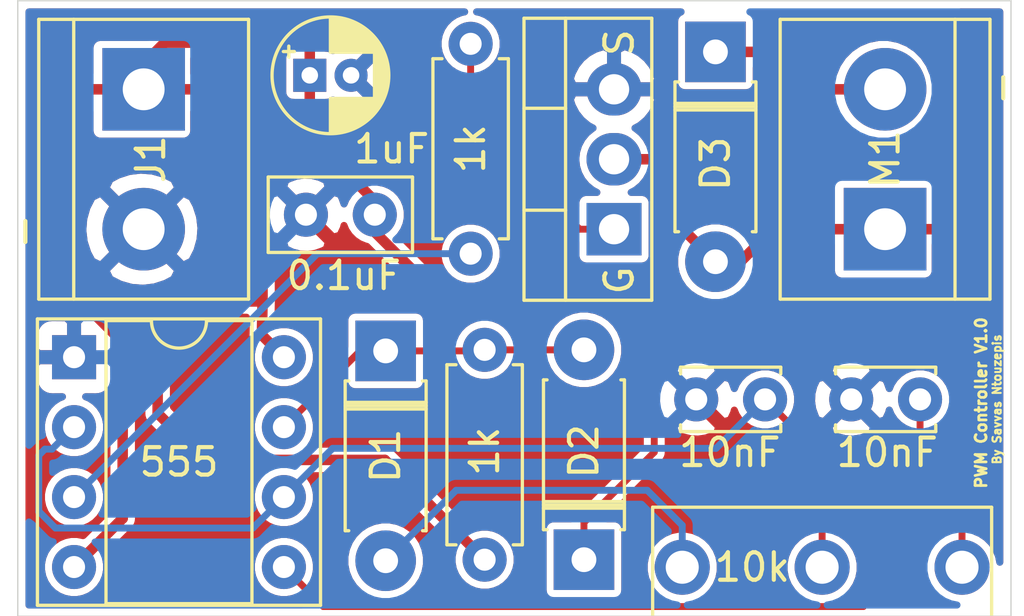
<source format=kicad_pcb>
(kicad_pcb (version 20171130) (host pcbnew "(5.1.5)-3")

  (general
    (thickness 1.6)
    (drawings 10)
    (tracks 104)
    (zones 0)
    (modules 14)
    (nets 11)
  )

  (page A4)
  (title_block
    (title "PWM Controller")
    (date 2020-02-22)
    (rev V1.0)
    (company "Savvas Ntouzepis")
  )

  (layers
    (0 F.Cu signal hide)
    (31 B.Cu signal hide)
    (32 B.Adhes user)
    (33 F.Adhes user)
    (34 B.Paste user)
    (35 F.Paste user)
    (36 B.SilkS user)
    (37 F.SilkS user)
    (38 B.Mask user)
    (39 F.Mask user)
    (40 Dwgs.User user)
    (41 Cmts.User user)
    (42 Eco1.User user)
    (43 Eco2.User user)
    (44 Edge.Cuts user)
    (45 Margin user)
    (46 B.CrtYd user hide)
    (47 F.CrtYd user)
    (48 B.Fab user hide)
    (49 F.Fab user hide)
  )

  (setup
    (last_trace_width 0.25)
    (user_trace_width 0.381)
    (trace_clearance 0.2)
    (zone_clearance 0.508)
    (zone_45_only no)
    (trace_min 0.2)
    (via_size 0.8)
    (via_drill 0.4)
    (via_min_size 0.4)
    (via_min_drill 0.3)
    (uvia_size 0.3)
    (uvia_drill 0.1)
    (uvias_allowed no)
    (uvia_min_size 0.2)
    (uvia_min_drill 0.1)
    (edge_width 0.05)
    (segment_width 0.2)
    (pcb_text_width 0.3)
    (pcb_text_size 1.5 1.5)
    (mod_edge_width 0.12)
    (mod_text_size 1 1)
    (mod_text_width 0.15)
    (pad_size 2 2)
    (pad_drill 1.2)
    (pad_to_mask_clearance 0.051)
    (solder_mask_min_width 0.25)
    (aux_axis_origin 177.61 70.95)
    (grid_origin 178.118 71.458)
    (visible_elements 7FFFFFFF)
    (pcbplotparams
      (layerselection 0x010f0_ffffffff)
      (usegerberextensions true)
      (usegerberattributes false)
      (usegerberadvancedattributes false)
      (creategerberjobfile false)
      (excludeedgelayer true)
      (linewidth 0.100000)
      (plotframeref false)
      (viasonmask false)
      (mode 1)
      (useauxorigin true)
      (hpglpennumber 1)
      (hpglpenspeed 20)
      (hpglpendiameter 15.000000)
      (psnegative false)
      (psa4output false)
      (plotreference true)
      (plotvalue false)
      (plotinvisibletext false)
      (padsonsilk false)
      (subtractmaskfromsilk false)
      (outputformat 1)
      (mirror false)
      (drillshape 0)
      (scaleselection 1)
      (outputdirectory "gerbers/"))
  )

  (net 0 "")
  (net 1 "Net-(C1-Pad1)")
  (net 2 "Net-(C2-Pad1)")
  (net 3 Earth)
  (net 4 +12V)
  (net 5 "Net-(D1-Pad1)")
  (net 6 "Net-(D1-Pad2)")
  (net 7 "Net-(D2-Pad1)")
  (net 8 "Net-(D3-Pad2)")
  (net 9 "Net-(Q2-Pad1)")
  (net 10 OUT)

  (net_class Default "This is the default net class."
    (clearance 0.2)
    (trace_width 0.25)
    (via_dia 0.8)
    (via_drill 0.4)
    (uvia_dia 0.3)
    (uvia_drill 0.1)
    (add_net +12V)
    (add_net Earth)
    (add_net "Net-(C1-Pad1)")
    (add_net "Net-(C2-Pad1)")
    (add_net "Net-(D1-Pad1)")
    (add_net "Net-(D1-Pad2)")
    (add_net "Net-(D2-Pad1)")
    (add_net "Net-(D3-Pad2)")
    (add_net "Net-(Q2-Pad1)")
    (add_net OUT)
  )

  (module Capacitor_THT:CP_Radial_D4.0mm_P1.50mm (layer F.Cu) (tedit 5E528D4E) (tstamp 5E5142BE)
    (at 188.214 73.66)
    (descr "CP, Radial series, Radial, pin pitch=1.50mm, , diameter=4mm, Electrolytic Capacitor")
    (tags "CP Radial series Radial pin pitch 1.50mm  diameter 4mm Electrolytic Capacitor")
    (path /5E39FEAB)
    (fp_text reference 1uF (at 2.9723 2.6748) (layer F.SilkS)
      (effects (font (size 1 1) (thickness 0.15)))
    )
    (fp_text value 1uF (at 0.75 3.25) (layer F.Fab)
      (effects (font (size 1 1) (thickness 0.15)))
    )
    (fp_text user %R (at 0.75 0) (layer F.Fab)
      (effects (font (size 0.8 0.8) (thickness 0.12)))
    )
    (fp_line (start -0.762 -1.0604) (end -0.762 -0.6604) (layer F.SilkS) (width 0.12))
    (fp_line (start -0.9588 -0.8636) (end -0.5588 -0.8636) (layer F.SilkS) (width 0.12))
    (fp_line (start 2.831 -0.37) (end 2.831 0.37) (layer F.SilkS) (width 0.12))
    (fp_line (start 2.791 -0.537) (end 2.791 0.537) (layer F.SilkS) (width 0.12))
    (fp_line (start 2.751 -0.664) (end 2.751 0.664) (layer F.SilkS) (width 0.12))
    (fp_line (start 2.711 -0.768) (end 2.711 0.768) (layer F.SilkS) (width 0.12))
    (fp_line (start 2.671 -0.859) (end 2.671 0.859) (layer F.SilkS) (width 0.12))
    (fp_line (start 2.631 -0.94) (end 2.631 0.94) (layer F.SilkS) (width 0.12))
    (fp_line (start 2.591 -1.013) (end 2.591 1.013) (layer F.SilkS) (width 0.12))
    (fp_line (start 2.551 -1.08) (end 2.551 1.08) (layer F.SilkS) (width 0.12))
    (fp_line (start 2.511 -1.142) (end 2.511 1.142) (layer F.SilkS) (width 0.12))
    (fp_line (start 2.471 -1.2) (end 2.471 1.2) (layer F.SilkS) (width 0.12))
    (fp_line (start 2.431 -1.254) (end 2.431 1.254) (layer F.SilkS) (width 0.12))
    (fp_line (start 2.391 -1.304) (end 2.391 1.304) (layer F.SilkS) (width 0.12))
    (fp_line (start 2.351 -1.351) (end 2.351 1.351) (layer F.SilkS) (width 0.12))
    (fp_line (start 2.311 0.84) (end 2.311 1.396) (layer F.SilkS) (width 0.12))
    (fp_line (start 2.311 -1.396) (end 2.311 -0.84) (layer F.SilkS) (width 0.12))
    (fp_line (start 2.271 0.84) (end 2.271 1.438) (layer F.SilkS) (width 0.12))
    (fp_line (start 2.271 -1.438) (end 2.271 -0.84) (layer F.SilkS) (width 0.12))
    (fp_line (start 2.231 0.84) (end 2.231 1.478) (layer F.SilkS) (width 0.12))
    (fp_line (start 2.231 -1.478) (end 2.231 -0.84) (layer F.SilkS) (width 0.12))
    (fp_line (start 2.191 0.84) (end 2.191 1.516) (layer F.SilkS) (width 0.12))
    (fp_line (start 2.191 -1.516) (end 2.191 -0.84) (layer F.SilkS) (width 0.12))
    (fp_line (start 2.151 0.84) (end 2.151 1.552) (layer F.SilkS) (width 0.12))
    (fp_line (start 2.151 -1.552) (end 2.151 -0.84) (layer F.SilkS) (width 0.12))
    (fp_line (start 2.111 0.84) (end 2.111 1.587) (layer F.SilkS) (width 0.12))
    (fp_line (start 2.111 -1.587) (end 2.111 -0.84) (layer F.SilkS) (width 0.12))
    (fp_line (start 2.071 0.84) (end 2.071 1.619) (layer F.SilkS) (width 0.12))
    (fp_line (start 2.071 -1.619) (end 2.071 -0.84) (layer F.SilkS) (width 0.12))
    (fp_line (start 2.031 0.84) (end 2.031 1.65) (layer F.SilkS) (width 0.12))
    (fp_line (start 2.031 -1.65) (end 2.031 -0.84) (layer F.SilkS) (width 0.12))
    (fp_line (start 1.991 0.84) (end 1.991 1.68) (layer F.SilkS) (width 0.12))
    (fp_line (start 1.991 -1.68) (end 1.991 -0.84) (layer F.SilkS) (width 0.12))
    (fp_line (start 1.951 0.84) (end 1.951 1.708) (layer F.SilkS) (width 0.12))
    (fp_line (start 1.951 -1.708) (end 1.951 -0.84) (layer F.SilkS) (width 0.12))
    (fp_line (start 1.911 0.84) (end 1.911 1.735) (layer F.SilkS) (width 0.12))
    (fp_line (start 1.911 -1.735) (end 1.911 -0.84) (layer F.SilkS) (width 0.12))
    (fp_line (start 1.871 0.84) (end 1.871 1.76) (layer F.SilkS) (width 0.12))
    (fp_line (start 1.871 -1.76) (end 1.871 -0.84) (layer F.SilkS) (width 0.12))
    (fp_line (start 1.831 0.84) (end 1.831 1.785) (layer F.SilkS) (width 0.12))
    (fp_line (start 1.831 -1.785) (end 1.831 -0.84) (layer F.SilkS) (width 0.12))
    (fp_line (start 1.791 0.84) (end 1.791 1.808) (layer F.SilkS) (width 0.12))
    (fp_line (start 1.791 -1.808) (end 1.791 -0.84) (layer F.SilkS) (width 0.12))
    (fp_line (start 1.751 0.84) (end 1.751 1.83) (layer F.SilkS) (width 0.12))
    (fp_line (start 1.751 -1.83) (end 1.751 -0.84) (layer F.SilkS) (width 0.12))
    (fp_line (start 1.711 0.84) (end 1.711 1.851) (layer F.SilkS) (width 0.12))
    (fp_line (start 1.711 -1.851) (end 1.711 -0.84) (layer F.SilkS) (width 0.12))
    (fp_line (start 1.671 0.84) (end 1.671 1.87) (layer F.SilkS) (width 0.12))
    (fp_line (start 1.671 -1.87) (end 1.671 -0.84) (layer F.SilkS) (width 0.12))
    (fp_line (start 1.631 0.84) (end 1.631 1.889) (layer F.SilkS) (width 0.12))
    (fp_line (start 1.631 -1.889) (end 1.631 -0.84) (layer F.SilkS) (width 0.12))
    (fp_line (start 1.591 0.84) (end 1.591 1.907) (layer F.SilkS) (width 0.12))
    (fp_line (start 1.591 -1.907) (end 1.591 -0.84) (layer F.SilkS) (width 0.12))
    (fp_line (start 1.551 0.84) (end 1.551 1.924) (layer F.SilkS) (width 0.12))
    (fp_line (start 1.551 -1.924) (end 1.551 -0.84) (layer F.SilkS) (width 0.12))
    (fp_line (start 1.511 0.84) (end 1.511 1.94) (layer F.SilkS) (width 0.12))
    (fp_line (start 1.511 -1.94) (end 1.511 -0.84) (layer F.SilkS) (width 0.12))
    (fp_line (start 1.471 0.84) (end 1.471 1.954) (layer F.SilkS) (width 0.12))
    (fp_line (start 1.471 -1.954) (end 1.471 -0.84) (layer F.SilkS) (width 0.12))
    (fp_line (start 1.43 0.84) (end 1.43 1.968) (layer F.SilkS) (width 0.12))
    (fp_line (start 1.43 -1.968) (end 1.43 -0.84) (layer F.SilkS) (width 0.12))
    (fp_line (start 1.39 0.84) (end 1.39 1.982) (layer F.SilkS) (width 0.12))
    (fp_line (start 1.39 -1.982) (end 1.39 -0.84) (layer F.SilkS) (width 0.12))
    (fp_line (start 1.35 0.84) (end 1.35 1.994) (layer F.SilkS) (width 0.12))
    (fp_line (start 1.35 -1.994) (end 1.35 -0.84) (layer F.SilkS) (width 0.12))
    (fp_line (start 1.31 0.84) (end 1.31 2.005) (layer F.SilkS) (width 0.12))
    (fp_line (start 1.31 -2.005) (end 1.31 -0.84) (layer F.SilkS) (width 0.12))
    (fp_line (start 1.27 0.84) (end 1.27 2.016) (layer F.SilkS) (width 0.12))
    (fp_line (start 1.27 -2.016) (end 1.27 -0.84) (layer F.SilkS) (width 0.12))
    (fp_line (start 1.23 0.84) (end 1.23 2.025) (layer F.SilkS) (width 0.12))
    (fp_line (start 1.23 -2.025) (end 1.23 -0.84) (layer F.SilkS) (width 0.12))
    (fp_line (start 1.19 0.84) (end 1.19 2.034) (layer F.SilkS) (width 0.12))
    (fp_line (start 1.19 -2.034) (end 1.19 -0.84) (layer F.SilkS) (width 0.12))
    (fp_line (start 1.15 0.84) (end 1.15 2.042) (layer F.SilkS) (width 0.12))
    (fp_line (start 1.15 -2.042) (end 1.15 -0.84) (layer F.SilkS) (width 0.12))
    (fp_line (start 1.11 0.84) (end 1.11 2.05) (layer F.SilkS) (width 0.12))
    (fp_line (start 1.11 -2.05) (end 1.11 -0.84) (layer F.SilkS) (width 0.12))
    (fp_line (start 1.07 0.84) (end 1.07 2.056) (layer F.SilkS) (width 0.12))
    (fp_line (start 1.07 -2.056) (end 1.07 -0.84) (layer F.SilkS) (width 0.12))
    (fp_line (start 1.03 0.84) (end 1.03 2.062) (layer F.SilkS) (width 0.12))
    (fp_line (start 1.03 -2.062) (end 1.03 -0.84) (layer F.SilkS) (width 0.12))
    (fp_line (start 0.99 0.84) (end 0.99 2.067) (layer F.SilkS) (width 0.12))
    (fp_line (start 0.99 -2.067) (end 0.99 -0.84) (layer F.SilkS) (width 0.12))
    (fp_line (start 0.95 0.84) (end 0.95 2.071) (layer F.SilkS) (width 0.12))
    (fp_line (start 0.95 -2.071) (end 0.95 -0.84) (layer F.SilkS) (width 0.12))
    (fp_line (start 0.91 0.84) (end 0.91 2.074) (layer F.SilkS) (width 0.12))
    (fp_line (start 0.91 -2.074) (end 0.91 -0.84) (layer F.SilkS) (width 0.12))
    (fp_line (start 0.87 0.84) (end 0.87 2.077) (layer F.SilkS) (width 0.12))
    (fp_line (start 0.87 -2.077) (end 0.87 -0.84) (layer F.SilkS) (width 0.12))
    (fp_line (start 0.83 -2.079) (end 0.83 -0.84) (layer F.SilkS) (width 0.12))
    (fp_line (start 0.83 0.84) (end 0.83 2.079) (layer F.SilkS) (width 0.12))
    (fp_line (start 0.79 -2.08) (end 0.79 -0.84) (layer F.SilkS) (width 0.12))
    (fp_line (start 0.79 0.84) (end 0.79 2.08) (layer F.SilkS) (width 0.12))
    (fp_line (start 0.75 -2.08) (end 0.75 -0.84) (layer F.SilkS) (width 0.12))
    (fp_line (start 0.75 0.84) (end 0.75 2.08) (layer F.SilkS) (width 0.12))
    (fp_line (start -0.752554 -1.0675) (end -0.752554 -0.6675) (layer F.Fab) (width 0.1))
    (fp_line (start -0.952554 -0.8675) (end -0.552554 -0.8675) (layer F.Fab) (width 0.1))
    (fp_circle (center 0.75 0) (end 3 0) (layer F.CrtYd) (width 0.05))
    (fp_circle (center 0.75 0) (end 2.87 0) (layer F.SilkS) (width 0.12))
    (fp_circle (center 0.75 0) (end 2.75 0) (layer F.Fab) (width 0.1))
    (pad 2 thru_hole circle (at 1.5 0) (size 1.2 1.2) (drill 0.6) (layers *.Cu *.Mask)
      (net 3 Earth))
    (pad 1 thru_hole rect (at 0 0) (size 1.2 1.2) (drill 0.6) (layers *.Cu *.Mask)
      (net 4 +12V))
    (model ${KISYS3DMOD}/Capacitor_THT.3dshapes/CP_Radial_D4.0mm_P1.50mm.wrl
      (at (xyz 0 0 0))
      (scale (xyz 1 1 1))
      (rotate (xyz 0 0 0))
    )
  )

  (module "New folder:B10k" (layer F.Cu) (tedit 5E51983E) (tstamp 5E519945)
    (at 210.63 91.524 270)
    (descr "Potentiometer, horizontal, Bourns 3386C, https://www.bourns.com/pdfs/3386.pdf")
    (tags "Potentiometer horizontal Bourns 3386C")
    (path /5E1F2356)
    (fp_text reference 10k (at 0 6.35) (layer F.SilkS)
      (effects (font (size 1 1) (thickness 0.15)))
    )
    (fp_text value 10k (at 0 11.095 90) (layer F.Fab)
      (effects (font (size 1 1) (thickness 0.15)))
    )
    (fp_line (start 2.0594 -2.225) (end 2.0594 9.845) (layer F.Fab) (width 0.1))
    (fp_line (start 2.0594 9.845) (end -2.0594 9.845) (layer F.Fab) (width 0.1))
    (fp_line (start -2.0594 9.845) (end -2.032 -2.225) (layer F.Fab) (width 0.1))
    (fp_line (start -2.032 -2.225) (end 2.0594 -2.225) (layer F.Fab) (width 0.1))
    (fp_line (start -2.1794 -2.345) (end 2.1794 -2.345) (layer F.SilkS) (width 0.12))
    (fp_line (start -2.1794 9.965) (end 2.1794 9.965) (layer F.SilkS) (width 0.12))
    (fp_line (start 2.1794 -2.345) (end 2.1794 9.965) (layer F.SilkS) (width 0.12))
    (fp_line (start -2.1794 -2.345) (end -2.1794 9.965) (layer F.SilkS) (width 0.12))
    (fp_line (start -2.286 -2.54) (end -2.286 10.1) (layer F.CrtYd) (width 0.05))
    (fp_line (start -2.286 10.1) (end 2.3144 10.1) (layer F.CrtYd) (width 0.05))
    (fp_line (start 2.3144 10.1) (end 2.3144 -2.54) (layer F.CrtYd) (width 0.05))
    (fp_line (start 2.3144 -2.54) (end -2.286 -2.54) (layer F.CrtYd) (width 0.05))
    (fp_text user %R (at 0 3.81 90) (layer F.Fab)
      (effects (font (size 1 1) (thickness 0.15)))
    )
    (pad 3 thru_hole circle (at 0 8.89 270) (size 2 2) (drill 1.2) (layers *.Cu *.Mask)
      (net 6 "Net-(D1-Pad2)"))
    (pad 2 thru_hole circle (at 0 3.81 270) (size 2 2) (drill 1.2) (layers *.Cu *.Mask)
      (net 1 "Net-(C1-Pad1)"))
    (pad 1 thru_hole circle (at 0 -1.27 270) (size 2 2) (drill 1.2) (layers *.Cu *.Mask)
      (net 7 "Net-(D2-Pad1)"))
    (model ${KISYS3DMOD}/Potentiometer_THT.3dshapes/Potentiometer_Bourns_3386C_Horizontal.wrl
      (at (xyz 0 0 0))
      (scale (xyz 1 1 1))
      (rotate (xyz 0 0 0))
    )
  )

  (module TerminalBlock:TerminalBlock_bornier-2_P5.08mm (layer F.Cu) (tedit 59FF03AB) (tstamp 5E514357)
    (at 209.106 79.248 90)
    (descr "simple 2-pin terminal block, pitch 5.08mm, revamped version of bornier2")
    (tags "terminal block bornier2")
    (path /5E20C99D)
    (fp_text reference M1 (at 2.54 0 90) (layer F.SilkS)
      (effects (font (size 1 1) (thickness 0.15)))
    )
    (fp_text value Motor_DC (at 2.54 5.08 90) (layer F.Fab)
      (effects (font (size 1 1) (thickness 0.15)))
    )
    (fp_text user %R (at 2.54 0 90) (layer F.Fab)
      (effects (font (size 1 1) (thickness 0.15)))
    )
    (fp_line (start -2.41 2.55) (end 7.49 2.55) (layer F.Fab) (width 0.1))
    (fp_line (start -2.46 -3.75) (end -2.46 3.75) (layer F.Fab) (width 0.1))
    (fp_line (start -2.46 3.75) (end 7.54 3.75) (layer F.Fab) (width 0.1))
    (fp_line (start 7.54 3.75) (end 7.54 -3.75) (layer F.Fab) (width 0.1))
    (fp_line (start 7.54 -3.75) (end -2.46 -3.75) (layer F.Fab) (width 0.1))
    (fp_line (start 7.62 2.54) (end -2.54 2.54) (layer F.SilkS) (width 0.12))
    (fp_line (start 7.62 3.81) (end 7.62 -3.81) (layer F.SilkS) (width 0.12))
    (fp_line (start 7.62 -3.81) (end -2.54 -3.81) (layer F.SilkS) (width 0.12))
    (fp_line (start -2.54 -3.81) (end -2.54 3.81) (layer F.SilkS) (width 0.12))
    (fp_line (start -2.54 3.81) (end 7.62 3.81) (layer F.SilkS) (width 0.12))
    (fp_line (start -2.71 -4) (end 7.79 -4) (layer F.CrtYd) (width 0.05))
    (fp_line (start -2.71 -4) (end -2.71 4) (layer F.CrtYd) (width 0.05))
    (fp_line (start 7.79 4) (end 7.79 -4) (layer F.CrtYd) (width 0.05))
    (fp_line (start 7.79 4) (end -2.71 4) (layer F.CrtYd) (width 0.05))
    (pad 1 thru_hole rect (at 0 0 90) (size 3 3) (drill 1.52) (layers *.Cu *.Mask)
      (net 4 +12V))
    (pad 2 thru_hole circle (at 5.08 0 90) (size 3 3) (drill 1.52) (layers *.Cu *.Mask)
      (net 8 "Net-(D3-Pad2)"))
    (model ${KISYS3DMOD}/TerminalBlock.3dshapes/TerminalBlock_bornier-2_P5.08mm.wrl
      (offset (xyz 2.539999961853027 0 0))
      (scale (xyz 1 1 1))
      (rotate (xyz 0 0 0))
    )
  )

  (module Package_DIP:DIP-8_W7.62mm_Socket (layer F.Cu) (tedit 5A02E8C5) (tstamp 5E5143EE)
    (at 179.6542 83.8962)
    (descr "8-lead though-hole mounted DIP package, row spacing 7.62 mm (300 mils), Socket")
    (tags "THT DIP DIL PDIP 2.54mm 7.62mm 300mil Socket")
    (path /5E1EF7C2)
    (fp_text reference 555 (at 3.81 3.81) (layer F.SilkS)
      (effects (font (size 1 1) (thickness 0.15)))
    )
    (fp_text value NE555 (at 3.81 7.6278) (layer F.Fab)
      (effects (font (size 1 1) (thickness 0.15)))
    )
    (fp_arc (start 3.81 -1.33) (end 2.81 -1.33) (angle -180) (layer F.SilkS) (width 0.12))
    (fp_line (start 1.635 -1.27) (end 6.985 -1.27) (layer F.Fab) (width 0.1))
    (fp_line (start 6.985 -1.27) (end 6.985 8.89) (layer F.Fab) (width 0.1))
    (fp_line (start 6.985 8.89) (end 0.635 8.89) (layer F.Fab) (width 0.1))
    (fp_line (start 0.635 8.89) (end 0.635 -0.27) (layer F.Fab) (width 0.1))
    (fp_line (start 0.635 -0.27) (end 1.635 -1.27) (layer F.Fab) (width 0.1))
    (fp_line (start -1.27 -1.33) (end -1.27 8.95) (layer F.Fab) (width 0.1))
    (fp_line (start -1.27 8.95) (end 8.89 8.95) (layer F.Fab) (width 0.1))
    (fp_line (start 8.89 8.95) (end 8.89 -1.33) (layer F.Fab) (width 0.1))
    (fp_line (start 8.89 -1.33) (end -1.27 -1.33) (layer F.Fab) (width 0.1))
    (fp_line (start 2.81 -1.33) (end 1.16 -1.33) (layer F.SilkS) (width 0.12))
    (fp_line (start 1.16 -1.33) (end 1.16 8.95) (layer F.SilkS) (width 0.12))
    (fp_line (start 1.16 8.95) (end 6.46 8.95) (layer F.SilkS) (width 0.12))
    (fp_line (start 6.46 8.95) (end 6.46 -1.33) (layer F.SilkS) (width 0.12))
    (fp_line (start 6.46 -1.33) (end 4.81 -1.33) (layer F.SilkS) (width 0.12))
    (fp_line (start -1.33 -1.39) (end -1.33 9.01) (layer F.SilkS) (width 0.12))
    (fp_line (start -1.33 9.01) (end 8.95 9.01) (layer F.SilkS) (width 0.12))
    (fp_line (start 8.95 9.01) (end 8.95 -1.39) (layer F.SilkS) (width 0.12))
    (fp_line (start 8.95 -1.39) (end -1.33 -1.39) (layer F.SilkS) (width 0.12))
    (fp_line (start -1.55 -1.6) (end -1.55 9.2) (layer F.CrtYd) (width 0.05))
    (fp_line (start -1.55 9.2) (end 9.15 9.2) (layer F.CrtYd) (width 0.05))
    (fp_line (start 9.15 9.2) (end 9.15 -1.6) (layer F.CrtYd) (width 0.05))
    (fp_line (start 9.15 -1.6) (end -1.55 -1.6) (layer F.CrtYd) (width 0.05))
    (fp_text user %R (at 3.81 3.81) (layer F.Fab)
      (effects (font (size 1 1) (thickness 0.15)))
    )
    (pad 1 thru_hole rect (at 0 0) (size 1.6 1.6) (drill 0.8) (layers *.Cu *.Mask)
      (net 3 Earth))
    (pad 5 thru_hole oval (at 7.62 7.62) (size 1.6 1.6) (drill 0.8) (layers *.Cu *.Mask)
      (net 2 "Net-(C2-Pad1)"))
    (pad 2 thru_hole oval (at 0 2.54) (size 1.6 1.6) (drill 0.8) (layers *.Cu *.Mask)
      (net 1 "Net-(C1-Pad1)"))
    (pad 6 thru_hole oval (at 7.62 5.08) (size 1.6 1.6) (drill 0.8) (layers *.Cu *.Mask)
      (net 1 "Net-(C1-Pad1)"))
    (pad 3 thru_hole oval (at 0 5.08) (size 1.6 1.6) (drill 0.8) (layers *.Cu *.Mask)
      (net 10 OUT))
    (pad 7 thru_hole oval (at 7.62 2.54) (size 1.6 1.6) (drill 0.8) (layers *.Cu *.Mask)
      (net 5 "Net-(D1-Pad1)"))
    (pad 4 thru_hole oval (at 0 7.62) (size 1.6 1.6) (drill 0.8) (layers *.Cu *.Mask)
      (net 4 +12V))
    (pad 8 thru_hole oval (at 7.62 0) (size 1.6 1.6) (drill 0.8) (layers *.Cu *.Mask)
      (net 4 +12V))
    (model ${KISYS3DMOD}/Package_DIP.3dshapes/DIP-8_W7.62mm_Socket.wrl
      (at (xyz 0 0 0))
      (scale (xyz 1 1 1))
      (rotate (xyz 0 0 0))
    )
  )

  (module Capacitor_THT:C_Disc_D3.4mm_W2.1mm_P2.50mm (layer F.Cu) (tedit 5AE50EF0) (tstamp 5E514D21)
    (at 204.748 85.428 180)
    (descr "C, Disc series, Radial, pin pitch=2.50mm, , diameter*width=3.4*2.1mm^2, Capacitor, http://www.vishay.com/docs/45233/krseries.pdf")
    (tags "C Disc series Radial pin pitch 2.50mm  diameter 3.4mm width 2.1mm Capacitor")
    (path /5E1F3519)
    (fp_text reference 10nF (at 1.2808 -1.9304) (layer F.SilkS)
      (effects (font (size 1 1) (thickness 0.15)))
    )
    (fp_text value 10nf (at 1.25 2.3) (layer F.Fab)
      (effects (font (size 1 1) (thickness 0.15)))
    )
    (fp_line (start -0.45 -1.05) (end -0.45 1.05) (layer F.Fab) (width 0.1))
    (fp_line (start -0.45 1.05) (end 2.95 1.05) (layer F.Fab) (width 0.1))
    (fp_line (start 2.95 1.05) (end 2.95 -1.05) (layer F.Fab) (width 0.1))
    (fp_line (start 2.95 -1.05) (end -0.45 -1.05) (layer F.Fab) (width 0.1))
    (fp_line (start -0.57 -1.17) (end 3.07 -1.17) (layer F.SilkS) (width 0.12))
    (fp_line (start -0.57 1.17) (end 3.07 1.17) (layer F.SilkS) (width 0.12))
    (fp_line (start -0.57 -1.17) (end -0.57 -0.925) (layer F.SilkS) (width 0.12))
    (fp_line (start -0.57 0.925) (end -0.57 1.17) (layer F.SilkS) (width 0.12))
    (fp_line (start 3.07 -1.17) (end 3.07 -0.925) (layer F.SilkS) (width 0.12))
    (fp_line (start 3.07 0.925) (end 3.07 1.17) (layer F.SilkS) (width 0.12))
    (fp_line (start -1.05 -1.3) (end -1.05 1.3) (layer F.CrtYd) (width 0.05))
    (fp_line (start -1.05 1.3) (end 3.55 1.3) (layer F.CrtYd) (width 0.05))
    (fp_line (start 3.55 1.3) (end 3.55 -1.3) (layer F.CrtYd) (width 0.05))
    (fp_line (start 3.55 -1.3) (end -1.05 -1.3) (layer F.CrtYd) (width 0.05))
    (fp_text user %R (at 1.25 0) (layer F.Fab)
      (effects (font (size 0.68 0.68) (thickness 0.102)))
    )
    (pad 1 thru_hole circle (at 0 0 180) (size 1.6 1.6) (drill 0.8) (layers *.Cu *.Mask)
      (net 1 "Net-(C1-Pad1)"))
    (pad 2 thru_hole circle (at 2.5 0 180) (size 1.6 1.6) (drill 0.8) (layers *.Cu *.Mask)
      (net 3 Earth))
    (model ${KISYS3DMOD}/Capacitor_THT.3dshapes/C_Disc_D3.4mm_W2.1mm_P2.50mm.wrl
      (at (xyz 0 0 0))
      (scale (xyz 1 1 1))
      (rotate (xyz 0 0 0))
    )
  )

  (module Capacitor_THT:C_Disc_D3.4mm_W2.1mm_P2.50mm (layer F.Cu) (tedit 5AE50EF0) (tstamp 5E516CD8)
    (at 210.376 85.428 180)
    (descr "C, Disc series, Radial, pin pitch=2.50mm, , diameter*width=3.4*2.1mm^2, Capacitor, http://www.vishay.com/docs/45233/krseries.pdf")
    (tags "C Disc series Radial pin pitch 2.50mm  diameter 3.4mm width 2.1mm Capacitor")
    (path /5E1F3553)
    (fp_text reference 10nF (at 1.1938 -1.9304) (layer F.SilkS)
      (effects (font (size 1 1) (thickness 0.15)))
    )
    (fp_text value 10nf (at 1.25 2.3) (layer F.Fab)
      (effects (font (size 1 1) (thickness 0.15)))
    )
    (fp_line (start -0.45 -1.05) (end -0.45 1.05) (layer F.Fab) (width 0.1))
    (fp_line (start -0.45 1.05) (end 2.95 1.05) (layer F.Fab) (width 0.1))
    (fp_line (start 2.95 1.05) (end 2.95 -1.05) (layer F.Fab) (width 0.1))
    (fp_line (start 2.95 -1.05) (end -0.45 -1.05) (layer F.Fab) (width 0.1))
    (fp_line (start -0.57 -1.17) (end 3.07 -1.17) (layer F.SilkS) (width 0.12))
    (fp_line (start -0.57 1.17) (end 3.07 1.17) (layer F.SilkS) (width 0.12))
    (fp_line (start -0.57 -1.17) (end -0.57 -0.925) (layer F.SilkS) (width 0.12))
    (fp_line (start -0.57 0.925) (end -0.57 1.17) (layer F.SilkS) (width 0.12))
    (fp_line (start 3.07 -1.17) (end 3.07 -0.925) (layer F.SilkS) (width 0.12))
    (fp_line (start 3.07 0.925) (end 3.07 1.17) (layer F.SilkS) (width 0.12))
    (fp_line (start -1.05 -1.3) (end -1.05 1.3) (layer F.CrtYd) (width 0.05))
    (fp_line (start -1.05 1.3) (end 3.55 1.3) (layer F.CrtYd) (width 0.05))
    (fp_line (start 3.55 1.3) (end 3.55 -1.3) (layer F.CrtYd) (width 0.05))
    (fp_line (start 3.55 -1.3) (end -1.05 -1.3) (layer F.CrtYd) (width 0.05))
    (fp_text user %R (at 1.25 0) (layer F.Fab)
      (effects (font (size 0.68 0.68) (thickness 0.102)))
    )
    (pad 1 thru_hole circle (at 0 0 180) (size 1.6 1.6) (drill 0.8) (layers *.Cu *.Mask)
      (net 2 "Net-(C2-Pad1)"))
    (pad 2 thru_hole circle (at 2.5 0 180) (size 1.6 1.6) (drill 0.8) (layers *.Cu *.Mask)
      (net 3 Earth))
    (model ${KISYS3DMOD}/Capacitor_THT.3dshapes/C_Disc_D3.4mm_W2.1mm_P2.50mm.wrl
      (at (xyz 0 0 0))
      (scale (xyz 1 1 1))
      (rotate (xyz 0 0 0))
    )
  )

  (module Capacitor_THT:C_Disc_D5.0mm_W2.5mm_P2.50mm (layer F.Cu) (tedit 5AE50EF0) (tstamp 5E514253)
    (at 188.0748 78.7224)
    (descr "C, Disc series, Radial, pin pitch=2.50mm, , diameter*width=5*2.5mm^2, Capacitor, http://cdn-reichelt.de/documents/datenblatt/B300/DS_KERKO_TC.pdf")
    (tags "C Disc series Radial pin pitch 2.50mm  diameter 5mm width 2.5mm Capacitor")
    (path /5E38E107)
    (fp_text reference 0.1uF (at 1.3716 2.2098) (layer F.SilkS)
      (effects (font (size 1 1) (thickness 0.15)))
    )
    (fp_text value 0.1uF (at 1.25 2.5) (layer F.Fab)
      (effects (font (size 1 1) (thickness 0.15)))
    )
    (fp_text user %R (at 1.25 0) (layer F.Fab)
      (effects (font (size 1 1) (thickness 0.15)))
    )
    (fp_line (start 4 -1.5) (end -1.5 -1.5) (layer F.CrtYd) (width 0.05))
    (fp_line (start 4 1.5) (end 4 -1.5) (layer F.CrtYd) (width 0.05))
    (fp_line (start -1.5 1.5) (end 4 1.5) (layer F.CrtYd) (width 0.05))
    (fp_line (start -1.5 -1.5) (end -1.5 1.5) (layer F.CrtYd) (width 0.05))
    (fp_line (start 3.87 -1.37) (end 3.87 1.37) (layer F.SilkS) (width 0.12))
    (fp_line (start -1.37 -1.37) (end -1.37 1.37) (layer F.SilkS) (width 0.12))
    (fp_line (start -1.37 1.37) (end 3.87 1.37) (layer F.SilkS) (width 0.12))
    (fp_line (start -1.37 -1.37) (end 3.87 -1.37) (layer F.SilkS) (width 0.12))
    (fp_line (start 3.75 -1.25) (end -1.25 -1.25) (layer F.Fab) (width 0.1))
    (fp_line (start 3.75 1.25) (end 3.75 -1.25) (layer F.Fab) (width 0.1))
    (fp_line (start -1.25 1.25) (end 3.75 1.25) (layer F.Fab) (width 0.1))
    (fp_line (start -1.25 -1.25) (end -1.25 1.25) (layer F.Fab) (width 0.1))
    (pad 2 thru_hole circle (at 2.5 0) (size 1.6 1.6) (drill 0.8) (layers *.Cu *.Mask)
      (net 4 +12V))
    (pad 1 thru_hole circle (at 0 0) (size 1.6 1.6) (drill 0.8) (layers *.Cu *.Mask)
      (net 3 Earth))
    (model ${KISYS3DMOD}/Capacitor_THT.3dshapes/C_Disc_D5.0mm_W2.5mm_P2.50mm.wrl
      (at (xyz 0 0 0))
      (scale (xyz 1 1 1))
      (rotate (xyz 0 0 0))
    )
  )

  (module Diode_THT:D_DO-41_SOD81_P7.62mm_Horizontal (layer F.Cu) (tedit 5E5192E9) (tstamp 5E51520A)
    (at 190.9699 83.6676 270)
    (descr "Diode, DO-41_SOD81 series, Axial, Horizontal, pin pitch=7.62mm, , length*diameter=5.2*2.7mm^2, , http://www.diodes.com/_files/packages/DO-41%20(Plastic).pdf")
    (tags "Diode DO-41_SOD81 series Axial Horizontal pin pitch 7.62mm  length 5.2mm diameter 2.7mm")
    (path /5E1F3436)
    (fp_text reference D1 (at 3.81 0 90) (layer F.SilkS)
      (effects (font (size 1 1) (thickness 0.15)))
    )
    (fp_text value 1N4002 (at 4.0464 1.9299 90) (layer F.Fab)
      (effects (font (size 1 1) (thickness 0.15)))
    )
    (fp_line (start 1.21 -1.35) (end 1.21 1.35) (layer F.Fab) (width 0.1))
    (fp_line (start 1.21 1.35) (end 6.41 1.35) (layer F.Fab) (width 0.1))
    (fp_line (start 6.41 1.35) (end 6.41 -1.35) (layer F.Fab) (width 0.1))
    (fp_line (start 6.41 -1.35) (end 1.21 -1.35) (layer F.Fab) (width 0.1))
    (fp_line (start 0 0) (end 1.21 0) (layer F.Fab) (width 0.1))
    (fp_line (start 7.62 0) (end 6.41 0) (layer F.Fab) (width 0.1))
    (fp_line (start 1.99 -1.35) (end 1.99 1.35) (layer F.Fab) (width 0.1))
    (fp_line (start 2.09 -1.35) (end 2.09 1.35) (layer F.Fab) (width 0.1))
    (fp_line (start 1.89 -1.35) (end 1.89 1.35) (layer F.Fab) (width 0.1))
    (fp_line (start 1.09 -1.34) (end 1.09 -1.47) (layer F.SilkS) (width 0.12))
    (fp_line (start 1.09 -1.47) (end 6.53 -1.47) (layer F.SilkS) (width 0.12))
    (fp_line (start 6.53 -1.47) (end 6.53 -1.34) (layer F.SilkS) (width 0.12))
    (fp_line (start 1.09 1.34) (end 1.09 1.47) (layer F.SilkS) (width 0.12))
    (fp_line (start 1.09 1.47) (end 6.53 1.47) (layer F.SilkS) (width 0.12))
    (fp_line (start 6.53 1.47) (end 6.53 1.34) (layer F.SilkS) (width 0.12))
    (fp_line (start 1.99 -1.47) (end 1.99 1.47) (layer F.SilkS) (width 0.12))
    (fp_line (start 2.11 -1.47) (end 2.11 1.47) (layer F.SilkS) (width 0.12))
    (fp_line (start 1.87 -1.47) (end 1.87 1.47) (layer F.SilkS) (width 0.12))
    (fp_line (start -1.35 -1.6) (end -1.35 1.6) (layer F.CrtYd) (width 0.05))
    (fp_line (start -1.35 1.6) (end 8.97 1.6) (layer F.CrtYd) (width 0.05))
    (fp_line (start 8.97 1.6) (end 8.97 -1.6) (layer F.CrtYd) (width 0.05))
    (fp_line (start 8.97 -1.6) (end -1.35 -1.6) (layer F.CrtYd) (width 0.05))
    (fp_text user %R (at 4.2 0 90) (layer F.Fab)
      (effects (font (size 1 1) (thickness 0.15)))
    )
    (fp_text user K (at 0 -2.1 90) (layer F.Fab)
      (effects (font (size 1 1) (thickness 0.15)))
    )
    (fp_text user K (at 0 -2.1 90) (layer F.SilkS) hide
      (effects (font (size 1 1) (thickness 0.15)))
    )
    (pad 1 thru_hole rect (at 0 0 270) (size 2.2 2.2) (drill 0.9) (layers *.Cu *.Mask)
      (net 5 "Net-(D1-Pad1)"))
    (pad 2 thru_hole oval (at 7.62 0 270) (size 2.2 2.2) (drill 0.9) (layers *.Cu *.Mask)
      (net 6 "Net-(D1-Pad2)"))
    (model ${KISYS3DMOD}/Diode_THT.3dshapes/D_DO-41_SOD81_P7.62mm_Horizontal.wrl
      (at (xyz 0 0 0))
      (scale (xyz 1 1 1))
      (rotate (xyz 0 0 0))
    )
  )

  (module Diode_THT:D_DO-41_SOD81_P7.62mm_Horizontal (layer F.Cu) (tedit 5E5192DD) (tstamp 5E5152A6)
    (at 198.1708 91.2495 90)
    (descr "Diode, DO-41_SOD81 series, Axial, Horizontal, pin pitch=7.62mm, , length*diameter=5.2*2.7mm^2, , http://www.diodes.com/_files/packages/DO-41%20(Plastic).pdf")
    (tags "Diode DO-41_SOD81 series Axial Horizontal pin pitch 7.62mm  length 5.2mm diameter 2.7mm")
    (path /5E1F312B)
    (fp_text reference D2 (at 3.937 0 90) (layer F.SilkS)
      (effects (font (size 1 1) (thickness 0.15)))
    )
    (fp_text value 1N4002 (at 3.81 2.47 90) (layer F.Fab)
      (effects (font (size 1 1) (thickness 0.15)))
    )
    (fp_text user K (at 0 -2.1 90) (layer F.SilkS) hide
      (effects (font (size 1 1) (thickness 0.15)))
    )
    (fp_text user K (at 0 -2.1 90) (layer F.Fab)
      (effects (font (size 1 1) (thickness 0.15)))
    )
    (fp_text user %R (at 4.2 0 90) (layer F.Fab)
      (effects (font (size 1 1) (thickness 0.15)))
    )
    (fp_line (start 8.97 -1.6) (end -1.35 -1.6) (layer F.CrtYd) (width 0.05))
    (fp_line (start 8.97 1.6) (end 8.97 -1.6) (layer F.CrtYd) (width 0.05))
    (fp_line (start -1.35 1.6) (end 8.97 1.6) (layer F.CrtYd) (width 0.05))
    (fp_line (start -1.35 -1.6) (end -1.35 1.6) (layer F.CrtYd) (width 0.05))
    (fp_line (start 1.87 -1.47) (end 1.87 1.47) (layer F.SilkS) (width 0.12))
    (fp_line (start 2.11 -1.47) (end 2.11 1.47) (layer F.SilkS) (width 0.12))
    (fp_line (start 1.99 -1.47) (end 1.99 1.47) (layer F.SilkS) (width 0.12))
    (fp_line (start 6.53 1.47) (end 6.53 1.34) (layer F.SilkS) (width 0.12))
    (fp_line (start 1.09 1.47) (end 6.53 1.47) (layer F.SilkS) (width 0.12))
    (fp_line (start 1.09 1.34) (end 1.09 1.47) (layer F.SilkS) (width 0.12))
    (fp_line (start 6.53 -1.47) (end 6.53 -1.34) (layer F.SilkS) (width 0.12))
    (fp_line (start 1.09 -1.47) (end 6.53 -1.47) (layer F.SilkS) (width 0.12))
    (fp_line (start 1.09 -1.34) (end 1.09 -1.47) (layer F.SilkS) (width 0.12))
    (fp_line (start 1.89 -1.35) (end 1.89 1.35) (layer F.Fab) (width 0.1))
    (fp_line (start 2.09 -1.35) (end 2.09 1.35) (layer F.Fab) (width 0.1))
    (fp_line (start 1.99 -1.35) (end 1.99 1.35) (layer F.Fab) (width 0.1))
    (fp_line (start 7.62 0) (end 6.41 0) (layer F.Fab) (width 0.1))
    (fp_line (start 0 0) (end 1.21 0) (layer F.Fab) (width 0.1))
    (fp_line (start 6.41 -1.35) (end 1.21 -1.35) (layer F.Fab) (width 0.1))
    (fp_line (start 6.41 1.35) (end 6.41 -1.35) (layer F.Fab) (width 0.1))
    (fp_line (start 1.21 1.35) (end 6.41 1.35) (layer F.Fab) (width 0.1))
    (fp_line (start 1.21 -1.35) (end 1.21 1.35) (layer F.Fab) (width 0.1))
    (pad 2 thru_hole oval (at 7.62 0 90) (size 2.2 2.2) (drill 0.9) (layers *.Cu *.Mask)
      (net 5 "Net-(D1-Pad1)"))
    (pad 1 thru_hole rect (at 0 0 90) (size 2.2 2.2) (drill 0.9) (layers *.Cu *.Mask)
      (net 7 "Net-(D2-Pad1)"))
    (model ${KISYS3DMOD}/Diode_THT.3dshapes/D_DO-41_SOD81_P7.62mm_Horizontal.wrl
      (at (xyz 0 0 0))
      (scale (xyz 1 1 1))
      (rotate (xyz 0 0 0))
    )
  )

  (module Diode_THT:D_DO-41_SOD81_P7.62mm_Horizontal (layer F.Cu) (tedit 5E5192D0) (tstamp 5E51345B)
    (at 202.946 72.8091 270)
    (descr "Diode, DO-41_SOD81 series, Axial, Horizontal, pin pitch=7.62mm, , length*diameter=5.2*2.7mm^2, , http://www.diodes.com/_files/packages/DO-41%20(Plastic).pdf")
    (tags "Diode DO-41_SOD81 series Axial Horizontal pin pitch 7.62mm  length 5.2mm diameter 2.7mm")
    (path /5E217D2D)
    (fp_text reference D3 (at 4.064 0 90) (layer F.SilkS)
      (effects (font (size 1 1) (thickness 0.15)))
    )
    (fp_text value 1N4002 (at 3.81 2.47 90) (layer F.Fab)
      (effects (font (size 1 1) (thickness 0.15)))
    )
    (fp_line (start 1.21 -1.35) (end 1.21 1.35) (layer F.Fab) (width 0.1))
    (fp_line (start 1.21 1.35) (end 6.41 1.35) (layer F.Fab) (width 0.1))
    (fp_line (start 6.41 1.35) (end 6.41 -1.35) (layer F.Fab) (width 0.1))
    (fp_line (start 6.41 -1.35) (end 1.21 -1.35) (layer F.Fab) (width 0.1))
    (fp_line (start 0 0) (end 1.21 0) (layer F.Fab) (width 0.1))
    (fp_line (start 7.62 0) (end 6.41 0) (layer F.Fab) (width 0.1))
    (fp_line (start 1.99 -1.35) (end 1.99 1.35) (layer F.Fab) (width 0.1))
    (fp_line (start 2.09 -1.35) (end 2.09 1.35) (layer F.Fab) (width 0.1))
    (fp_line (start 1.89 -1.35) (end 1.89 1.35) (layer F.Fab) (width 0.1))
    (fp_line (start 1.09 -1.34) (end 1.09 -1.47) (layer F.SilkS) (width 0.12))
    (fp_line (start 1.09 -1.47) (end 6.53 -1.47) (layer F.SilkS) (width 0.12))
    (fp_line (start 6.53 -1.47) (end 6.53 -1.34) (layer F.SilkS) (width 0.12))
    (fp_line (start 1.09 1.34) (end 1.09 1.47) (layer F.SilkS) (width 0.12))
    (fp_line (start 1.09 1.47) (end 6.53 1.47) (layer F.SilkS) (width 0.12))
    (fp_line (start 6.53 1.47) (end 6.53 1.34) (layer F.SilkS) (width 0.12))
    (fp_line (start 1.99 -1.47) (end 1.99 1.47) (layer F.SilkS) (width 0.12))
    (fp_line (start 2.11 -1.47) (end 2.11 1.47) (layer F.SilkS) (width 0.12))
    (fp_line (start 1.87 -1.47) (end 1.87 1.47) (layer F.SilkS) (width 0.12))
    (fp_line (start -1.35 -1.6) (end -1.35 1.6) (layer F.CrtYd) (width 0.05))
    (fp_line (start -1.35 1.6) (end 8.97 1.6) (layer F.CrtYd) (width 0.05))
    (fp_line (start 8.97 1.6) (end 8.97 -1.6) (layer F.CrtYd) (width 0.05))
    (fp_line (start 8.97 -1.6) (end -1.35 -1.6) (layer F.CrtYd) (width 0.05))
    (fp_text user %R (at 4.2 0 90) (layer F.Fab)
      (effects (font (size 1 1) (thickness 0.15)))
    )
    (fp_text user K (at 0 -2.1 90) (layer F.Fab)
      (effects (font (size 1 1) (thickness 0.15)))
    )
    (fp_text user K (at 0 -2.1 90) (layer F.SilkS) hide
      (effects (font (size 1 1) (thickness 0.15)))
    )
    (pad 1 thru_hole rect (at 0 0 270) (size 2.2 2.2) (drill 0.9) (layers *.Cu *.Mask)
      (net 4 +12V))
    (pad 2 thru_hole oval (at 7.62 0 270) (size 2.2 2.2) (drill 0.9) (layers *.Cu *.Mask)
      (net 8 "Net-(D3-Pad2)"))
    (model ${KISYS3DMOD}/Diode_THT.3dshapes/D_DO-41_SOD81_P7.62mm_Horizontal.wrl
      (at (xyz 0 0 0))
      (scale (xyz 1 1 1))
      (rotate (xyz 0 0 0))
    )
  )

  (module TerminalBlock:TerminalBlock_bornier-2_P5.08mm (layer F.Cu) (tedit 59FF03AB) (tstamp 5E514342)
    (at 182.182 74.168 270)
    (descr "simple 2-pin terminal block, pitch 5.08mm, revamped version of bornier2")
    (tags "terminal block bornier2")
    (path /5E200340)
    (fp_text reference J1 (at 2.54 -0.254 90) (layer F.SilkS)
      (effects (font (size 1 1) (thickness 0.15)))
    )
    (fp_text value Screw_Terminal_01x02 (at 2.54 5.08 90) (layer F.Fab) hide
      (effects (font (size 1 1) (thickness 0.15)))
    )
    (fp_text user %R (at 2.54 0 90) (layer F.Fab)
      (effects (font (size 1 1) (thickness 0.15)))
    )
    (fp_line (start -2.41 2.55) (end 7.49 2.55) (layer F.Fab) (width 0.1))
    (fp_line (start -2.46 -3.75) (end -2.46 3.75) (layer F.Fab) (width 0.1))
    (fp_line (start -2.46 3.75) (end 7.54 3.75) (layer F.Fab) (width 0.1))
    (fp_line (start 7.54 3.75) (end 7.54 -3.75) (layer F.Fab) (width 0.1))
    (fp_line (start 7.54 -3.75) (end -2.46 -3.75) (layer F.Fab) (width 0.1))
    (fp_line (start 7.62 2.54) (end -2.54 2.54) (layer F.SilkS) (width 0.12))
    (fp_line (start 7.62 3.81) (end 7.62 -3.81) (layer F.SilkS) (width 0.12))
    (fp_line (start 7.62 -3.81) (end -2.54 -3.81) (layer F.SilkS) (width 0.12))
    (fp_line (start -2.54 -3.81) (end -2.54 3.81) (layer F.SilkS) (width 0.12))
    (fp_line (start -2.54 3.81) (end 7.62 3.81) (layer F.SilkS) (width 0.12))
    (fp_line (start -2.71 -4) (end 7.79 -4) (layer F.CrtYd) (width 0.05))
    (fp_line (start -2.71 -4) (end -2.71 4) (layer F.CrtYd) (width 0.05))
    (fp_line (start 7.79 4) (end 7.79 -4) (layer F.CrtYd) (width 0.05))
    (fp_line (start 7.79 4) (end -2.71 4) (layer F.CrtYd) (width 0.05))
    (pad 1 thru_hole rect (at 0 0 270) (size 3 3) (drill 1.52) (layers *.Cu *.Mask)
      (net 4 +12V))
    (pad 2 thru_hole circle (at 5.08 0 270) (size 3 3) (drill 1.52) (layers *.Cu *.Mask)
      (net 3 Earth))
    (model ${KISYS3DMOD}/TerminalBlock.3dshapes/TerminalBlock_bornier-2_P5.08mm.wrl
      (offset (xyz 2.539999961853027 0 0))
      (scale (xyz 1 1 1))
      (rotate (xyz 0 0 0))
    )
  )

  (module Package_TO_SOT_THT:TO-220-3_Vertical (layer F.Cu) (tedit 5AC8BA0D) (tstamp 5E514371)
    (at 199.263 79.248 90)
    (descr "TO-220-3, Vertical, RM 2.54mm, see https://www.vishay.com/docs/66542/to-220-1.pdf")
    (tags "TO-220-3 Vertical RM 2.54mm")
    (path /5E50CD6F)
    (fp_text reference Q2 (at 2.54 -2.54 90) (layer F.SilkS) hide
      (effects (font (size 1 1) (thickness 0.15)))
    )
    (fp_text value IRFZ44 (at 2.54 2.5 90) (layer F.Fab)
      (effects (font (size 1 1) (thickness 0.15)))
    )
    (fp_line (start -2.46 -3.15) (end -2.46 1.25) (layer F.Fab) (width 0.1))
    (fp_line (start -2.46 1.25) (end 7.54 1.25) (layer F.Fab) (width 0.1))
    (fp_line (start 7.54 1.25) (end 7.54 -3.15) (layer F.Fab) (width 0.1))
    (fp_line (start 7.54 -3.15) (end -2.46 -3.15) (layer F.Fab) (width 0.1))
    (fp_line (start -2.46 -1.88) (end 7.54 -1.88) (layer F.Fab) (width 0.1))
    (fp_line (start 0.69 -3.15) (end 0.69 -1.88) (layer F.Fab) (width 0.1))
    (fp_line (start 4.39 -3.15) (end 4.39 -1.88) (layer F.Fab) (width 0.1))
    (fp_line (start -2.58 -3.27) (end 7.66 -3.27) (layer F.SilkS) (width 0.12))
    (fp_line (start -2.58 1.371) (end 7.66 1.371) (layer F.SilkS) (width 0.12))
    (fp_line (start -2.58 -3.27) (end -2.58 1.371) (layer F.SilkS) (width 0.12))
    (fp_line (start 7.66 -3.27) (end 7.66 1.371) (layer F.SilkS) (width 0.12))
    (fp_line (start -2.58 -1.76) (end 7.66 -1.76) (layer F.SilkS) (width 0.12))
    (fp_line (start 0.69 -3.27) (end 0.69 -1.76) (layer F.SilkS) (width 0.12))
    (fp_line (start 4.391 -3.27) (end 4.391 -1.76) (layer F.SilkS) (width 0.12))
    (fp_line (start -2.71 -3.4) (end -2.71 1.51) (layer F.CrtYd) (width 0.05))
    (fp_line (start -2.71 1.51) (end 7.79 1.51) (layer F.CrtYd) (width 0.05))
    (fp_line (start 7.79 1.51) (end 7.79 -3.4) (layer F.CrtYd) (width 0.05))
    (fp_line (start 7.79 -3.4) (end -2.71 -3.4) (layer F.CrtYd) (width 0.05))
    (fp_text user %R (at 2.54 -4.27 90) (layer F.Fab)
      (effects (font (size 1 1) (thickness 0.15)))
    )
    (pad 1 thru_hole rect (at 0 0 90) (size 1.905 2) (drill 1.1) (layers *.Cu *.Mask)
      (net 9 "Net-(Q2-Pad1)"))
    (pad 2 thru_hole oval (at 2.54 0 90) (size 1.905 2) (drill 1.1) (layers *.Cu *.Mask)
      (net 8 "Net-(D3-Pad2)"))
    (pad 3 thru_hole oval (at 5.08 0 90) (size 1.905 2) (drill 1.1) (layers *.Cu *.Mask)
      (net 3 Earth))
    (model ${KISYS3DMOD}/Package_TO_SOT_THT.3dshapes/TO-220-3_Vertical.wrl
      (at (xyz 0 0 0))
      (scale (xyz 1 1 1))
      (rotate (xyz 0 0 0))
    )
  )

  (module Resistor_THT:R_Axial_DIN0207_L6.3mm_D2.5mm_P7.62mm_Horizontal (layer F.Cu) (tedit 5AE5139B) (tstamp 5E514FEE)
    (at 194.564 91.2495 90)
    (descr "Resistor, Axial_DIN0207 series, Axial, Horizontal, pin pitch=7.62mm, 0.25W = 1/4W, length*diameter=6.3*2.5mm^2, http://cdn-reichelt.de/documents/datenblatt/B400/1_4W%23YAG.pdf")
    (tags "Resistor Axial_DIN0207 series Axial Horizontal pin pitch 7.62mm 0.25W = 1/4W length 6.3mm diameter 2.5mm")
    (path /5E1F1424)
    (fp_text reference 1k (at 3.937 0 90) (layer F.SilkS)
      (effects (font (size 1 1) (thickness 0.15)))
    )
    (fp_text value 1k (at 3.81 2.37 90) (layer F.Fab)
      (effects (font (size 1 1) (thickness 0.15)))
    )
    (fp_text user %R (at 3.81 0 90) (layer F.Fab)
      (effects (font (size 1 1) (thickness 0.15)))
    )
    (fp_line (start 8.67 -1.5) (end -1.05 -1.5) (layer F.CrtYd) (width 0.05))
    (fp_line (start 8.67 1.5) (end 8.67 -1.5) (layer F.CrtYd) (width 0.05))
    (fp_line (start -1.05 1.5) (end 8.67 1.5) (layer F.CrtYd) (width 0.05))
    (fp_line (start -1.05 -1.5) (end -1.05 1.5) (layer F.CrtYd) (width 0.05))
    (fp_line (start 7.08 1.37) (end 7.08 1.04) (layer F.SilkS) (width 0.12))
    (fp_line (start 0.54 1.37) (end 7.08 1.37) (layer F.SilkS) (width 0.12))
    (fp_line (start 0.54 1.04) (end 0.54 1.37) (layer F.SilkS) (width 0.12))
    (fp_line (start 7.08 -1.37) (end 7.08 -1.04) (layer F.SilkS) (width 0.12))
    (fp_line (start 0.54 -1.37) (end 7.08 -1.37) (layer F.SilkS) (width 0.12))
    (fp_line (start 0.54 -1.04) (end 0.54 -1.37) (layer F.SilkS) (width 0.12))
    (fp_line (start 7.62 0) (end 6.96 0) (layer F.Fab) (width 0.1))
    (fp_line (start 0 0) (end 0.66 0) (layer F.Fab) (width 0.1))
    (fp_line (start 6.96 -1.25) (end 0.66 -1.25) (layer F.Fab) (width 0.1))
    (fp_line (start 6.96 1.25) (end 6.96 -1.25) (layer F.Fab) (width 0.1))
    (fp_line (start 0.66 1.25) (end 6.96 1.25) (layer F.Fab) (width 0.1))
    (fp_line (start 0.66 -1.25) (end 0.66 1.25) (layer F.Fab) (width 0.1))
    (pad 2 thru_hole oval (at 7.62 0 90) (size 1.6 1.6) (drill 0.8) (layers *.Cu *.Mask)
      (net 5 "Net-(D1-Pad1)"))
    (pad 1 thru_hole circle (at 0 0 90) (size 1.6 1.6) (drill 0.8) (layers *.Cu *.Mask)
      (net 4 +12V))
    (model ${KISYS3DMOD}/Resistor_THT.3dshapes/R_Axial_DIN0207_L6.3mm_D2.5mm_P7.62mm_Horizontal.wrl
      (at (xyz 0 0 0))
      (scale (xyz 1 1 1))
      (rotate (xyz 0 0 0))
    )
  )

  (module Resistor_THT:R_Axial_DIN0207_L6.3mm_D2.5mm_P7.62mm_Horizontal (layer F.Cu) (tedit 5E5192C7) (tstamp 5E51439F)
    (at 194.056 80.137 90)
    (descr "Resistor, Axial_DIN0207 series, Axial, Horizontal, pin pitch=7.62mm, 0.25W = 1/4W, length*diameter=6.3*2.5mm^2, http://cdn-reichelt.de/documents/datenblatt/B400/1_4W%23YAG.pdf")
    (tags "Resistor Axial_DIN0207 series Axial Horizontal pin pitch 7.62mm 0.25W = 1/4W length 6.3mm diameter 2.5mm")
    (path /5E1F3912)
    (fp_text reference 1k (at 3.81 0 90) (layer F.SilkS)
      (effects (font (size 1 1) (thickness 0.15)))
    )
    (fp_text value 1k (at 3.81 2.37 90) (layer F.Fab)
      (effects (font (size 1 1) (thickness 0.15)))
    )
    (fp_text user %R (at 3.81 0 90) (layer F.Fab)
      (effects (font (size 1 1) (thickness 0.15)))
    )
    (fp_line (start 8.67 -1.5) (end -1.05 -1.5) (layer F.CrtYd) (width 0.05))
    (fp_line (start 8.67 1.5) (end 8.67 -1.5) (layer F.CrtYd) (width 0.05))
    (fp_line (start -1.05 1.5) (end 8.67 1.5) (layer F.CrtYd) (width 0.05))
    (fp_line (start -1.05 -1.5) (end -1.05 1.5) (layer F.CrtYd) (width 0.05))
    (fp_line (start 7.08 1.37) (end 7.08 1.04) (layer F.SilkS) (width 0.12))
    (fp_line (start 0.54 1.37) (end 7.08 1.37) (layer F.SilkS) (width 0.12))
    (fp_line (start 0.54 1.04) (end 0.54 1.37) (layer F.SilkS) (width 0.12))
    (fp_line (start 7.08 -1.37) (end 7.08 -1.04) (layer F.SilkS) (width 0.12))
    (fp_line (start 0.54 -1.37) (end 7.08 -1.37) (layer F.SilkS) (width 0.12))
    (fp_line (start 0.54 -1.04) (end 0.54 -1.37) (layer F.SilkS) (width 0.12))
    (fp_line (start 7.62 0) (end 6.96 0) (layer F.Fab) (width 0.1))
    (fp_line (start 0 0) (end 0.66 0) (layer F.Fab) (width 0.1))
    (fp_line (start 6.96 -1.25) (end 0.66 -1.25) (layer F.Fab) (width 0.1))
    (fp_line (start 6.96 1.25) (end 6.96 -1.25) (layer F.Fab) (width 0.1))
    (fp_line (start 0.66 1.25) (end 6.96 1.25) (layer F.Fab) (width 0.1))
    (fp_line (start 0.66 -1.25) (end 0.66 1.25) (layer F.Fab) (width 0.1))
    (pad 2 thru_hole oval (at 7.62 0 90) (size 1.6 1.6) (drill 0.8) (layers *.Cu *.Mask)
      (net 9 "Net-(Q2-Pad1)"))
    (pad 1 thru_hole circle (at 0 0 90) (size 1.6 1.6) (drill 0.8) (layers *.Cu *.Mask)
      (net 10 OUT))
    (model ${KISYS3DMOD}/Resistor_THT.3dshapes/R_Axial_DIN0207_L6.3mm_D2.5mm_P7.62mm_Horizontal.wrl
      (at (xyz 0 0 0))
      (scale (xyz 1 1 1))
      (rotate (xyz 0 0 0))
    )
  )

  (gr_text - (at 213.3224 74.1123 90) (layer F.SilkS)
    (effects (font (size 1 1) (thickness 0.15)))
  )
  (gr_text "-\n" (at 177.8132 79.332 90) (layer F.SilkS) (tstamp 5E51A12E)
    (effects (font (size 1 1) (thickness 0.15)))
  )
  (gr_text "S\n" (at 199.454 72.474 90) (layer F.SilkS)
    (effects (font (size 1 1) (thickness 0.15)))
  )
  (gr_text G (at 199.454 81.11 90) (layer F.SilkS)
    (effects (font (size 1 1) (thickness 0.15)))
  )
  (gr_text "PWM Controller V1.0\n\n" (at 212.916 85.555 90) (layer F.SilkS)
    (effects (font (size 0.4 0.4) (thickness 0.1)))
  )
  (gr_text "By Savvas Ntouzepis" (at 213.17 85.428 90) (layer F.SilkS)
    (effects (font (size 0.3 0.3) (thickness 0.075)))
  )
  (gr_line (start 177.61 93.302) (end 177.61 70.95) (layer Edge.Cuts) (width 0.05) (tstamp 5E516BF0))
  (gr_line (start 213.678 93.302) (end 177.61 93.302) (layer Edge.Cuts) (width 0.05))
  (gr_line (start 213.678 70.95) (end 213.678 93.302) (layer Edge.Cuts) (width 0.05))
  (gr_line (start 177.61 70.95) (end 213.678 70.95) (layer Edge.Cuts) (width 0.05))

  (segment (start 206.82 87.5) (end 204.748 85.428) (width 0.25) (layer F.Cu) (net 1))
  (segment (start 206.82 91.6256) (end 206.82 87.5) (width 0.25) (layer F.Cu) (net 1))
  (segment (start 186.474201 89.776199) (end 187.2742 88.9762) (width 0.25) (layer B.Cu) (net 1))
  (segment (start 187.2742 88.9762) (end 189.0444 87.206) (width 0.25) (layer B.Cu) (net 1))
  (segment (start 202.97 87.206) (end 204.748 85.428) (width 0.25) (layer B.Cu) (net 1))
  (segment (start 189.0444 87.206) (end 202.97 87.206) (width 0.25) (layer B.Cu) (net 1))
  (segment (start 186.144799 90.101201) (end 186.246 90) (width 0.25) (layer B.Cu) (net 1))
  (segment (start 186.246 90) (end 186.474201 89.776199) (width 0.25) (layer B.Cu) (net 1))
  (segment (start 186.149199 90.101201) (end 186.246 90) (width 0.25) (layer B.Cu) (net 1))
  (segment (start 178.372 89.516201) (end 178.396201 89.516201) (width 0.25) (layer B.Cu) (net 1))
  (segment (start 178.396201 89.516201) (end 178.981201 90.101201) (width 0.25) (layer B.Cu) (net 1))
  (segment (start 178.372 87.46) (end 178.372 89.516201) (width 0.25) (layer B.Cu) (net 1))
  (segment (start 178.981201 90.101201) (end 179.286799 90.101201) (width 0.25) (layer B.Cu) (net 1))
  (segment (start 179.286799 90.101201) (end 186.144799 90.101201) (width 0.25) (layer B.Cu) (net 1))
  (segment (start 178.595801 87.236199) (end 178.372 87.46) (width 0.25) (layer B.Cu) (net 1))
  (segment (start 179.114199 90.101201) (end 179.286799 90.101201) (width 0.25) (layer B.Cu) (net 1))
  (segment (start 179.6542 86.4362) (end 178.854201 87.236199) (width 0.25) (layer B.Cu) (net 1))
  (segment (start 178.854201 87.236199) (end 178.595801 87.236199) (width 0.25) (layer B.Cu) (net 1))
  (segment (start 210.376 85.428) (end 210.376 86.55937) (width 0.25) (layer F.Cu) (net 2))
  (segment (start 210.376 86.55937) (end 210.376 89.619) (width 0.25) (layer F.Cu) (net 2))
  (segment (start 210.376 89.619) (end 210.376 89.746) (width 0.25) (layer F.Cu) (net 2))
  (segment (start 210.376 90.889) (end 210.376 89.619) (width 0.25) (layer F.Cu) (net 2))
  (segment (start 208.31301 92.95199) (end 210.376 90.889) (width 0.25) (layer F.Cu) (net 2))
  (segment (start 187.2742 91.5162) (end 188.70999 92.95199) (width 0.25) (layer F.Cu) (net 2))
  (segment (start 188.70999 92.95199) (end 208.31301 92.95199) (width 0.25) (layer F.Cu) (net 2))
  (segment (start 190.587 79.36337) (end 190.587 78.232) (width 0.381) (layer F.Cu) (net 4))
  (segment (start 193.143231 81.919601) (end 190.587 79.36337) (width 0.381) (layer F.Cu) (net 4))
  (segment (start 210.923 79.248) (end 209.042 79.248) (width 0.381) (layer F.Cu) (net 4))
  (segment (start 211.392 78.779) (end 210.923 79.248) (width 0.381) (layer F.Cu) (net 4))
  (segment (start 211.392 71.712) (end 211.392 78.779) (width 0.381) (layer F.Cu) (net 4))
  (segment (start 202.946 72.8091) (end 204.427 72.8091) (width 0.381) (layer F.Cu) (net 4))
  (segment (start 204.427 72.8091) (end 204.958601 72.277499) (width 0.381) (layer F.Cu) (net 4))
  (segment (start 204.958601 72.277499) (end 206.762501 72.277499) (width 0.381) (layer F.Cu) (net 4))
  (segment (start 206.762501 72.277499) (end 207.328 71.712) (width 0.381) (layer F.Cu) (net 4))
  (segment (start 207.328 71.712) (end 211.392 71.712) (width 0.381) (layer F.Cu) (net 4))
  (segment (start 206.793441 79.248) (end 209.042 79.248) (width 0.381) (layer F.Cu) (net 4))
  (segment (start 203.661441 82.38) (end 206.793441 79.248) (width 0.381) (layer F.Cu) (net 4))
  (segment (start 193.143231 81.919601) (end 195.850399 81.919601) (width 0.381) (layer F.Cu) (net 4))
  (segment (start 195.850399 81.919601) (end 196.406 81.364) (width 0.381) (layer F.Cu) (net 4))
  (segment (start 196.406 81.364) (end 200.47 81.364) (width 0.381) (layer F.Cu) (net 4))
  (segment (start 201.486 82.38) (end 203.661441 82.38) (width 0.381) (layer F.Cu) (net 4))
  (segment (start 200.47 81.364) (end 201.486 82.38) (width 0.381) (layer F.Cu) (net 4))
  (segment (start 188.214 75.859) (end 190.587 78.232) (width 0.381) (layer F.Cu) (net 4))
  (segment (start 188.214 73.66) (end 188.214 75.859) (width 0.381) (layer F.Cu) (net 4))
  (segment (start 183.999 74.168) (end 182.118 74.168) (width 0.381) (layer F.Cu) (net 4))
  (segment (start 186.474201 76.643201) (end 183.999 74.168) (width 0.381) (layer F.Cu) (net 4))
  (segment (start 187.2742 83.8962) (end 186.474201 83.096201) (width 0.381) (layer F.Cu) (net 4))
  (segment (start 184.976 81.872) (end 186.5 81.872) (width 0.381) (layer F.Cu) (net 4))
  (segment (start 182.69 84.158) (end 184.976 81.872) (width 0.381) (layer F.Cu) (net 4))
  (segment (start 186.5 81.872) (end 186.474201 76.643201) (width 0.381) (layer F.Cu) (net 4))
  (segment (start 186.474201 83.096201) (end 186.5 81.872) (width 0.381) (layer F.Cu) (net 4))
  (segment (start 182.69 85.936) (end 182.69 84.158) (width 0.381) (layer F.Cu) (net 4))
  (segment (start 194.564 91.2495) (end 190.941201 87.626701) (width 0.381) (layer F.Cu) (net 4))
  (segment (start 190.941201 87.626701) (end 184.380701 87.626701) (width 0.381) (layer F.Cu) (net 4))
  (segment (start 184.380701 87.626701) (end 182.69 85.936) (width 0.381) (layer F.Cu) (net 4))
  (segment (start 180.237 74.168) (end 179.388 75.017) (width 0.381) (layer F.Cu) (net 4))
  (segment (start 182.118 74.168) (end 180.237 74.168) (width 0.381) (layer F.Cu) (net 4))
  (segment (start 182.118 73.554) (end 182.118 74.168) (width 0.381) (layer F.Cu) (net 4))
  (segment (start 188.214 72.679) (end 188.214 73.66) (width 0.381) (layer F.Cu) (net 4))
  (segment (start 188.009 72.474) (end 188.214 72.679) (width 0.381) (layer F.Cu) (net 4))
  (segment (start 182.944 72.474) (end 188.009 72.474) (width 0.381) (layer F.Cu) (net 4))
  (segment (start 182.118 73.3) (end 182.944 72.474) (width 0.381) (layer F.Cu) (net 4))
  (segment (start 182.118 74.168) (end 182.118 73.3) (width 0.381) (layer F.Cu) (net 4))
  (segment (start 179.6542 91.5162) (end 181.42 89.7504) (width 0.381) (layer F.Cu) (net 4))
  (segment (start 181.42 83.359098) (end 179.388 81.327098) (width 0.381) (layer F.Cu) (net 4))
  (segment (start 179.388 81.327098) (end 179.388 80.602) (width 0.381) (layer F.Cu) (net 4))
  (segment (start 179.388 75.017) (end 179.388 80.602) (width 0.381) (layer F.Cu) (net 4))
  (segment (start 181.42 89.7504) (end 181.42 83.359098) (width 0.381) (layer F.Cu) (net 4))
  (segment (start 190.0428 83.6676) (end 190.9699 83.6676) (width 0.25) (layer F.Cu) (net 5))
  (segment (start 187.2742 86.4362) (end 190.0428 83.6676) (width 0.25) (layer F.Cu) (net 5))
  (segment (start 194.5259 83.6676) (end 194.564 83.6295) (width 0.25) (layer F.Cu) (net 5))
  (segment (start 190.9699 83.6676) (end 194.5259 83.6676) (width 0.25) (layer F.Cu) (net 5))
  (segment (start 194.564 83.6295) (end 198.1708 83.6295) (width 0.25) (layer F.Cu) (net 5))
  (segment (start 201.74 90) (end 201.74 91.6256) (width 0.25) (layer B.Cu) (net 6))
  (segment (start 200.47 88.73) (end 201.74 90) (width 0.25) (layer B.Cu) (net 6))
  (segment (start 190.9699 91.2876) (end 193.5275 88.73) (width 0.25) (layer B.Cu) (net 6))
  (segment (start 193.5275 88.73) (end 200.47 88.73) (width 0.25) (layer B.Cu) (net 6))
  (segment (start 211.9 85.032998) (end 211.9 91.6256) (width 0.25) (layer F.Cu) (net 7))
  (segment (start 211.9 83.904) (end 211.9 85.032998) (width 0.25) (layer F.Cu) (net 7))
  (segment (start 211.646 83.65) (end 211.9 83.904) (width 0.25) (layer F.Cu) (net 7))
  (segment (start 200.724 84.412) (end 201.486 83.65) (width 0.25) (layer F.Cu) (net 7))
  (segment (start 201.486 83.65) (end 205.042 83.65) (width 0.25) (layer F.Cu) (net 7))
  (segment (start 205.042 83.65) (end 211.646 83.65) (width 0.25) (layer F.Cu) (net 7))
  (segment (start 204.788 83.65) (end 205.042 83.65) (width 0.25) (layer F.Cu) (net 7))
  (segment (start 198.1708 91.2495) (end 198.1708 89.8995) (width 0.25) (layer F.Cu) (net 7))
  (segment (start 200.724 87.3463) (end 200.724 84.412) (width 0.25) (layer F.Cu) (net 7))
  (segment (start 198.1708 89.8995) (end 200.724 87.3463) (width 0.25) (layer F.Cu) (net 7))
  (segment (start 199.263 76.708) (end 200.644 76.708) (width 0.381) (layer F.Cu) (net 8))
  (segment (start 209.042 74.168) (end 206.396 74.168) (width 0.381) (layer F.Cu) (net 8))
  (segment (start 201.846001 77.910001) (end 200.644 76.708) (width 0.381) (layer F.Cu) (net 8))
  (segment (start 201.846001 79.329101) (end 201.846001 77.910001) (width 0.381) (layer F.Cu) (net 8))
  (segment (start 202.946 80.4291) (end 201.846001 79.329101) (width 0.381) (layer F.Cu) (net 8))
  (segment (start 202.946 80.4291) (end 203.8531 80.4291) (width 0.381) (layer F.Cu) (net 8))
  (segment (start 203.8531 80.4291) (end 204.534 79.7482) (width 0.381) (layer F.Cu) (net 8))
  (segment (start 204.534 76.03) (end 206.396 74.168) (width 0.381) (layer F.Cu) (net 8))
  (segment (start 204.534 79.7482) (end 204.534 76.03) (width 0.381) (layer F.Cu) (net 8))
  (segment (start 194.056 73.64837) (end 194.056 72.517) (width 0.25) (layer F.Cu) (net 9))
  (segment (start 198.013 79.248) (end 194.056 75.291) (width 0.25) (layer F.Cu) (net 9))
  (segment (start 194.056 75.291) (end 194.056 73.64837) (width 0.25) (layer F.Cu) (net 9))
  (segment (start 199.263 79.248) (end 198.013 79.248) (width 0.25) (layer F.Cu) (net 9))
  (segment (start 183.319201 85.306799) (end 183.319201 85.311199) (width 0.25) (layer B.Cu) (net 10))
  (segment (start 183.319201 85.311199) (end 179.6542 88.9762) (width 0.25) (layer B.Cu) (net 10))
  (segment (start 194.056 80.137) (end 188.489 80.137) (width 0.25) (layer B.Cu) (net 10))
  (segment (start 188.489 80.137) (end 183.319201 85.306799) (width 0.25) (layer B.Cu) (net 10))

  (zone (net 3) (net_name Earth) (layer F.Cu) (tstamp 5E52A85F) (hatch edge 0.508)
    (connect_pads (clearance 0.254))
    (min_thickness 0.254)
    (fill yes (arc_segments 32) (thermal_gap 0.508) (thermal_bridge_width 0.508))
    (polygon
      (pts
        (xy 214.186 93.81) (xy 177.102 93.81) (xy 177.102 70.442) (xy 214.186 70.442)
      )
    )
    (filled_polygon
      (pts
        (xy 193.711515 71.381386) (xy 193.496587 71.470412) (xy 193.303157 71.599658) (xy 193.138658 71.764157) (xy 193.009412 71.957587)
        (xy 192.920386 72.172515) (xy 192.875 72.400682) (xy 192.875 72.633318) (xy 192.920386 72.861485) (xy 193.009412 73.076413)
        (xy 193.138658 73.269843) (xy 193.303157 73.434342) (xy 193.496587 73.563588) (xy 193.55 73.585712) (xy 193.55 73.673223)
        (xy 193.550001 73.673233) (xy 193.55 75.266153) (xy 193.547553 75.291) (xy 193.55 75.315846) (xy 193.55 75.315853)
        (xy 193.557322 75.390192) (xy 193.586255 75.485574) (xy 193.633241 75.573479) (xy 193.696473 75.650527) (xy 193.715785 75.666376)
        (xy 197.637628 79.58822) (xy 197.653473 79.607527) (xy 197.730521 79.670759) (xy 197.818425 79.717745) (xy 197.880157 79.736471)
        (xy 197.880157 80.2005) (xy 197.887513 80.275189) (xy 197.909299 80.347008) (xy 197.944678 80.413196) (xy 197.992289 80.471211)
        (xy 198.050304 80.518822) (xy 198.116492 80.554201) (xy 198.188311 80.575987) (xy 198.263 80.583343) (xy 200.263 80.583343)
        (xy 200.337689 80.575987) (xy 200.409508 80.554201) (xy 200.475696 80.518822) (xy 200.533711 80.471211) (xy 200.581322 80.413196)
        (xy 200.616701 80.347008) (xy 200.638487 80.275189) (xy 200.645843 80.2005) (xy 200.645843 78.2955) (xy 200.638487 78.220811)
        (xy 200.616701 78.148992) (xy 200.581322 78.082804) (xy 200.533711 78.024789) (xy 200.475696 77.977178) (xy 200.409508 77.941799)
        (xy 200.337689 77.920013) (xy 200.263 77.912657) (xy 199.885571 77.912657) (xy 200.054937 77.822129) (xy 200.257989 77.655489)
        (xy 200.424629 77.452437) (xy 200.478824 77.351046) (xy 201.274502 78.146725) (xy 201.274501 79.301026) (xy 201.271736 79.329101)
        (xy 201.274783 79.360034) (xy 201.28277 79.441134) (xy 201.315449 79.548862) (xy 201.368517 79.648145) (xy 201.439934 79.735168)
        (xy 201.461749 79.753071) (xy 201.575769 79.867091) (xy 201.521914 79.997108) (xy 201.465 80.283234) (xy 201.465 80.574966)
        (xy 201.521914 80.861092) (xy 201.633555 81.130617) (xy 201.795632 81.373183) (xy 202.001917 81.579468) (xy 202.244483 81.741545)
        (xy 202.406127 81.8085) (xy 201.722723 81.8085) (xy 200.89397 80.979748) (xy 200.876067 80.957933) (xy 200.789045 80.886516)
        (xy 200.689762 80.833448) (xy 200.582034 80.800769) (xy 200.498074 80.7925) (xy 200.47 80.789735) (xy 200.441926 80.7925)
        (xy 196.434071 80.7925) (xy 196.405999 80.789735) (xy 196.377927 80.7925) (xy 196.377926 80.7925) (xy 196.293966 80.800769)
        (xy 196.186238 80.833448) (xy 196.086955 80.886516) (xy 195.999933 80.957933) (xy 195.982034 80.979743) (xy 195.613677 81.348101)
        (xy 193.379954 81.348101) (xy 192.052535 80.020682) (xy 192.875 80.020682) (xy 192.875 80.253318) (xy 192.920386 80.481485)
        (xy 193.009412 80.696413) (xy 193.138658 80.889843) (xy 193.303157 81.054342) (xy 193.496587 81.183588) (xy 193.711515 81.272614)
        (xy 193.939682 81.318) (xy 194.172318 81.318) (xy 194.400485 81.272614) (xy 194.615413 81.183588) (xy 194.808843 81.054342)
        (xy 194.973342 80.889843) (xy 195.102588 80.696413) (xy 195.191614 80.481485) (xy 195.237 80.253318) (xy 195.237 80.020682)
        (xy 195.191614 79.792515) (xy 195.102588 79.577587) (xy 194.973342 79.384157) (xy 194.808843 79.219658) (xy 194.615413 79.090412)
        (xy 194.400485 79.001386) (xy 194.172318 78.956) (xy 193.939682 78.956) (xy 193.711515 79.001386) (xy 193.496587 79.090412)
        (xy 193.303157 79.219658) (xy 193.138658 79.384157) (xy 193.009412 79.577587) (xy 192.920386 79.792515) (xy 192.875 80.020682)
        (xy 192.052535 80.020682) (xy 191.498131 79.466279) (xy 191.621388 79.281813) (xy 191.710414 79.066885) (xy 191.7558 78.838718)
        (xy 191.7558 78.606082) (xy 191.710414 78.377915) (xy 191.621388 78.162987) (xy 191.492142 77.969557) (xy 191.327643 77.805058)
        (xy 191.134213 77.675812) (xy 190.919285 77.586786) (xy 190.707976 77.544753) (xy 188.7855 75.622278) (xy 188.7855 74.642843)
        (xy 188.814 74.642843) (xy 188.888689 74.635487) (xy 188.924491 74.624627) (xy 188.926736 74.626872) (xy 188.930937 74.622671)
        (xy 188.960508 74.613701) (xy 189.026696 74.578322) (xy 189.053664 74.55619) (xy 189.091148 74.733348) (xy 189.312516 74.834237)
        (xy 189.549313 74.89) (xy 189.792438 74.898495) (xy 190.032549 74.859395) (xy 190.260418 74.774202) (xy 190.336852 74.733348)
        (xy 190.384159 74.509764) (xy 189.714 73.839605) (xy 189.699858 73.853748) (xy 189.520253 73.674143) (xy 189.534395 73.66)
        (xy 189.893605 73.66) (xy 190.563764 74.330159) (xy 190.787348 74.282852) (xy 190.888237 74.061484) (xy 190.944 73.824687)
        (xy 190.952495 73.581562) (xy 190.913395 73.341451) (xy 190.828202 73.113582) (xy 190.787348 73.037148) (xy 190.563764 72.989841)
        (xy 189.893605 73.66) (xy 189.534395 73.66) (xy 189.520253 73.645858) (xy 189.699858 73.466253) (xy 189.714 73.480395)
        (xy 190.384159 72.810236) (xy 190.336852 72.586652) (xy 190.115484 72.485763) (xy 189.878687 72.43) (xy 189.635562 72.421505)
        (xy 189.395451 72.460605) (xy 189.167582 72.545798) (xy 189.091148 72.586652) (xy 189.053664 72.76381) (xy 189.026696 72.741678)
        (xy 188.960508 72.706299) (xy 188.930937 72.697329) (xy 188.926736 72.693128) (xy 188.924491 72.695373) (xy 188.888689 72.684513)
        (xy 188.814 72.677157) (xy 188.788083 72.677157) (xy 188.777231 72.566966) (xy 188.77081 72.545798) (xy 188.744552 72.459238)
        (xy 188.691484 72.359955) (xy 188.620067 72.272933) (xy 188.598253 72.255031) (xy 188.43297 72.089748) (xy 188.415067 72.067933)
        (xy 188.328045 71.996516) (xy 188.228762 71.943448) (xy 188.121034 71.910769) (xy 188.037074 71.9025) (xy 188.009 71.899735)
        (xy 187.980926 71.9025) (xy 182.972071 71.9025) (xy 182.943999 71.899735) (xy 182.915927 71.9025) (xy 182.915926 71.9025)
        (xy 182.831966 71.910769) (xy 182.724238 71.943448) (xy 182.624955 71.996516) (xy 182.537933 72.067933) (xy 182.520034 72.089743)
        (xy 182.32462 72.285157) (xy 180.618 72.285157) (xy 180.543311 72.292513) (xy 180.471492 72.314299) (xy 180.405304 72.349678)
        (xy 180.347289 72.397289) (xy 180.299678 72.455304) (xy 180.264299 72.521492) (xy 180.242513 72.593311) (xy 180.235157 72.668)
        (xy 180.235157 73.593916) (xy 180.208927 73.5965) (xy 180.208926 73.5965) (xy 180.124966 73.604769) (xy 180.017238 73.637448)
        (xy 179.917955 73.690516) (xy 179.830933 73.761933) (xy 179.813034 73.783743) (xy 179.003748 74.59303) (xy 178.981933 74.610933)
        (xy 178.910517 74.697955) (xy 178.910516 74.697956) (xy 178.857448 74.797239) (xy 178.824769 74.904967) (xy 178.813735 75.017)
        (xy 178.8165 75.045074) (xy 178.816501 80.573916) (xy 178.8165 80.573926) (xy 178.8165 81.299024) (xy 178.813735 81.327098)
        (xy 178.820216 81.392902) (xy 178.824769 81.439131) (xy 178.857448 81.546859) (xy 178.910516 81.646142) (xy 178.981933 81.733165)
        (xy 179.003748 81.751068) (xy 179.826915 82.574235) (xy 179.7812 82.61995) (xy 179.7812 83.7692) (xy 179.8012 83.7692)
        (xy 179.8012 84.0232) (xy 179.7812 84.0232) (xy 179.7812 84.0432) (xy 179.5272 84.0432) (xy 179.5272 84.0232)
        (xy 178.37795 84.0232) (xy 178.2192 84.18195) (xy 178.216128 84.6962) (xy 178.228388 84.820682) (xy 178.264698 84.94038)
        (xy 178.323663 85.050694) (xy 178.403015 85.147385) (xy 178.499706 85.226737) (xy 178.61002 85.285702) (xy 178.729718 85.322012)
        (xy 178.8542 85.334272) (xy 179.233865 85.332004) (xy 179.094787 85.389612) (xy 178.901357 85.518858) (xy 178.736858 85.683357)
        (xy 178.607612 85.876787) (xy 178.518586 86.091715) (xy 178.4732 86.319882) (xy 178.4732 86.552518) (xy 178.518586 86.780685)
        (xy 178.607612 86.995613) (xy 178.736858 87.189043) (xy 178.901357 87.353542) (xy 179.094787 87.482788) (xy 179.309715 87.571814)
        (xy 179.537882 87.6172) (xy 179.770518 87.6172) (xy 179.998685 87.571814) (xy 180.213613 87.482788) (xy 180.407043 87.353542)
        (xy 180.571542 87.189043) (xy 180.700788 86.995613) (xy 180.789814 86.780685) (xy 180.8352 86.552518) (xy 180.8352 86.319882)
        (xy 180.789814 86.091715) (xy 180.700788 85.876787) (xy 180.571542 85.683357) (xy 180.407043 85.518858) (xy 180.213613 85.389612)
        (xy 180.074535 85.332004) (xy 180.4542 85.334272) (xy 180.578682 85.322012) (xy 180.69838 85.285702) (xy 180.808694 85.226737)
        (xy 180.848501 85.194069) (xy 180.8485 89.513677) (xy 179.984428 90.37775) (xy 179.770518 90.3352) (xy 179.537882 90.3352)
        (xy 179.309715 90.380586) (xy 179.094787 90.469612) (xy 178.901357 90.598858) (xy 178.736858 90.763357) (xy 178.607612 90.956787)
        (xy 178.518586 91.171715) (xy 178.4732 91.399882) (xy 178.4732 91.632518) (xy 178.518586 91.860685) (xy 178.607612 92.075613)
        (xy 178.736858 92.269043) (xy 178.901357 92.433542) (xy 179.094787 92.562788) (xy 179.309715 92.651814) (xy 179.537882 92.6972)
        (xy 179.770518 92.6972) (xy 179.998685 92.651814) (xy 180.213613 92.562788) (xy 180.407043 92.433542) (xy 180.571542 92.269043)
        (xy 180.700788 92.075613) (xy 180.789814 91.860685) (xy 180.8352 91.632518) (xy 180.8352 91.399882) (xy 180.79265 91.185972)
        (xy 181.804258 90.174365) (xy 181.826067 90.156467) (xy 181.897484 90.069445) (xy 181.950552 89.970162) (xy 181.983231 89.862434)
        (xy 181.9915 89.778474) (xy 181.9915 89.778473) (xy 181.994265 89.750401) (xy 181.9915 89.722329) (xy 181.9915 83.387172)
        (xy 181.994265 83.359098) (xy 181.983231 83.247064) (xy 181.950552 83.139336) (xy 181.897484 83.040053) (xy 181.85162 82.984168)
        (xy 181.826067 82.953031) (xy 181.804257 82.935132) (xy 179.9595 81.090376) (xy 179.9595 80.739653) (xy 180.805952 80.739653)
        (xy 180.961962 81.055214) (xy 181.336745 81.24602) (xy 181.741551 81.360044) (xy 182.160824 81.392902) (xy 182.578451 81.343334)
        (xy 182.978383 81.213243) (xy 183.274038 81.055214) (xy 183.430048 80.739653) (xy 182.118 79.427605) (xy 180.805952 80.739653)
        (xy 179.9595 80.739653) (xy 179.9595 79.290824) (xy 179.973098 79.290824) (xy 180.022666 79.708451) (xy 180.152757 80.108383)
        (xy 180.310786 80.404038) (xy 180.626347 80.560048) (xy 181.938395 79.248) (xy 182.297605 79.248) (xy 183.609653 80.560048)
        (xy 183.925214 80.404038) (xy 184.11602 80.029255) (xy 184.230044 79.624449) (xy 184.262902 79.205176) (xy 184.213334 78.787549)
        (xy 184.083243 78.387617) (xy 183.925214 78.091962) (xy 183.609653 77.935952) (xy 182.297605 79.248) (xy 181.938395 79.248)
        (xy 180.626347 77.935952) (xy 180.310786 78.091962) (xy 180.11998 78.466745) (xy 180.005956 78.871551) (xy 179.973098 79.290824)
        (xy 179.9595 79.290824) (xy 179.9595 77.756347) (xy 180.805952 77.756347) (xy 182.118 79.068395) (xy 183.430048 77.756347)
        (xy 183.274038 77.440786) (xy 182.899255 77.24998) (xy 182.494449 77.135956) (xy 182.075176 77.103098) (xy 181.657549 77.152666)
        (xy 181.257617 77.282757) (xy 180.961962 77.440786) (xy 180.805952 77.756347) (xy 179.9595 77.756347) (xy 179.9595 75.253722)
        (xy 180.235157 74.978066) (xy 180.235157 75.668) (xy 180.242513 75.742689) (xy 180.264299 75.814508) (xy 180.299678 75.880696)
        (xy 180.347289 75.938711) (xy 180.405304 75.986322) (xy 180.471492 76.021701) (xy 180.543311 76.043487) (xy 180.618 76.050843)
        (xy 183.618 76.050843) (xy 183.692689 76.043487) (xy 183.764508 76.021701) (xy 183.830696 75.986322) (xy 183.888711 75.938711)
        (xy 183.936322 75.880696) (xy 183.971701 75.814508) (xy 183.993487 75.742689) (xy 184.000843 75.668) (xy 184.000843 74.978065)
        (xy 185.903868 76.881091) (xy 185.925674 81.3005) (xy 185.004071 81.3005) (xy 184.975999 81.297735) (xy 184.947927 81.3005)
        (xy 184.947926 81.3005) (xy 184.863966 81.308769) (xy 184.756238 81.341448) (xy 184.656955 81.394516) (xy 184.569933 81.465933)
        (xy 184.552034 81.487743) (xy 182.305744 83.734034) (xy 182.283934 83.751933) (xy 182.240541 83.804808) (xy 182.212516 83.838956)
        (xy 182.159448 83.938239) (xy 182.126769 84.045967) (xy 182.115735 84.158) (xy 182.118501 84.186084) (xy 182.1185 85.907925)
        (xy 182.115735 85.936) (xy 182.1185 85.964073) (xy 182.126769 86.048033) (xy 182.159448 86.155761) (xy 182.212516 86.255044)
        (xy 182.283933 86.342067) (xy 182.305748 86.35997) (xy 183.956735 88.010958) (xy 183.974634 88.032768) (xy 184.061656 88.104185)
        (xy 184.160939 88.157253) (xy 184.268667 88.189932) (xy 184.352627 88.198201) (xy 184.352628 88.198201) (xy 184.3807 88.200966)
        (xy 184.408772 88.198201) (xy 186.382014 88.198201) (xy 186.356858 88.223357) (xy 186.227612 88.416787) (xy 186.138586 88.631715)
        (xy 186.0932 88.859882) (xy 186.0932 89.092518) (xy 186.138586 89.320685) (xy 186.227612 89.535613) (xy 186.356858 89.729043)
        (xy 186.521357 89.893542) (xy 186.714787 90.022788) (xy 186.929715 90.111814) (xy 187.157882 90.1572) (xy 187.390518 90.1572)
        (xy 187.618685 90.111814) (xy 187.833613 90.022788) (xy 188.027043 89.893542) (xy 188.191542 89.729043) (xy 188.320788 89.535613)
        (xy 188.409814 89.320685) (xy 188.4552 89.092518) (xy 188.4552 88.859882) (xy 188.409814 88.631715) (xy 188.320788 88.416787)
        (xy 188.191542 88.223357) (xy 188.166386 88.198201) (xy 190.704479 88.198201) (xy 193.42555 90.919273) (xy 193.383 91.133182)
        (xy 193.383 91.365818) (xy 193.428386 91.593985) (xy 193.517412 91.808913) (xy 193.646658 92.002343) (xy 193.811157 92.166842)
        (xy 194.004587 92.296088) (xy 194.219515 92.385114) (xy 194.447682 92.4305) (xy 194.680318 92.4305) (xy 194.908485 92.385114)
        (xy 195.123413 92.296088) (xy 195.316843 92.166842) (xy 195.481342 92.002343) (xy 195.610588 91.808913) (xy 195.699614 91.593985)
        (xy 195.745 91.365818) (xy 195.745 91.133182) (xy 195.699614 90.905015) (xy 195.610588 90.690087) (xy 195.481342 90.496657)
        (xy 195.316843 90.332158) (xy 195.123413 90.202912) (xy 194.908485 90.113886) (xy 194.680318 90.0685) (xy 194.447682 90.0685)
        (xy 194.233773 90.11105) (xy 191.365171 87.242449) (xy 191.347268 87.220634) (xy 191.260246 87.149217) (xy 191.160963 87.096149)
        (xy 191.053235 87.06347) (xy 190.969275 87.055201) (xy 190.941201 87.052436) (xy 190.913127 87.055201) (xy 188.280973 87.055201)
        (xy 188.320788 86.995613) (xy 188.409814 86.780685) (xy 188.4552 86.552518) (xy 188.4552 86.319882) (xy 188.409814 86.091715)
        (xy 188.38769 86.038302) (xy 189.515195 84.910797) (xy 189.516199 84.914108) (xy 189.551578 84.980296) (xy 189.599189 85.038311)
        (xy 189.657204 85.085922) (xy 189.723392 85.121301) (xy 189.795211 85.143087) (xy 189.8699 85.150443) (xy 192.0699 85.150443)
        (xy 192.144589 85.143087) (xy 192.216408 85.121301) (xy 192.282596 85.085922) (xy 192.340611 85.038311) (xy 192.388222 84.980296)
        (xy 192.423601 84.914108) (xy 192.445387 84.842289) (xy 192.452743 84.7676) (xy 192.452743 84.1736) (xy 193.511069 84.1736)
        (xy 193.517412 84.188913) (xy 193.646658 84.382343) (xy 193.811157 84.546842) (xy 194.004587 84.676088) (xy 194.219515 84.765114)
        (xy 194.447682 84.8105) (xy 194.680318 84.8105) (xy 194.908485 84.765114) (xy 195.123413 84.676088) (xy 195.316843 84.546842)
        (xy 195.481342 84.382343) (xy 195.610588 84.188913) (xy 195.632712 84.1355) (xy 196.777369 84.1355) (xy 196.858355 84.331017)
        (xy 197.020432 84.573583) (xy 197.226717 84.779868) (xy 197.469283 84.941945) (xy 197.738808 85.053586) (xy 198.024934 85.1105)
        (xy 198.316666 85.1105) (xy 198.602792 85.053586) (xy 198.872317 84.941945) (xy 199.114883 84.779868) (xy 199.321168 84.573583)
        (xy 199.483245 84.331017) (xy 199.594886 84.061492) (xy 199.6518 83.775366) (xy 199.6518 83.483634) (xy 199.594886 83.197508)
        (xy 199.483245 82.927983) (xy 199.321168 82.685417) (xy 199.114883 82.479132) (xy 198.872317 82.317055) (xy 198.602792 82.205414)
        (xy 198.316666 82.1485) (xy 198.024934 82.1485) (xy 197.738808 82.205414) (xy 197.469283 82.317055) (xy 197.226717 82.479132)
        (xy 197.020432 82.685417) (xy 196.858355 82.927983) (xy 196.777369 83.1235) (xy 195.632712 83.1235) (xy 195.610588 83.070087)
        (xy 195.481342 82.876657) (xy 195.316843 82.712158) (xy 195.123413 82.582912) (xy 194.908485 82.493886) (xy 194.894484 82.491101)
        (xy 195.822325 82.491101) (xy 195.850399 82.493866) (xy 195.878473 82.491101) (xy 195.962433 82.482832) (xy 196.070161 82.450153)
        (xy 196.169444 82.397085) (xy 196.256466 82.325668) (xy 196.274369 82.303853) (xy 196.642723 81.9355) (xy 200.233278 81.9355)
        (xy 201.062034 82.764257) (xy 201.079933 82.786067) (xy 201.131694 82.828546) (xy 201.166955 82.857484) (xy 201.266238 82.910552)
        (xy 201.373966 82.943231) (xy 201.486 82.954265) (xy 201.514074 82.9515) (xy 203.633367 82.9515) (xy 203.661441 82.954265)
        (xy 203.689515 82.9515) (xy 203.773475 82.943231) (xy 203.881203 82.910552) (xy 203.980486 82.857484) (xy 204.067508 82.786067)
        (xy 204.085411 82.764252) (xy 207.030164 79.8195) (xy 207.159157 79.8195) (xy 207.159157 80.748) (xy 207.166513 80.822689)
        (xy 207.188299 80.894508) (xy 207.223678 80.960696) (xy 207.271289 81.018711) (xy 207.329304 81.066322) (xy 207.395492 81.101701)
        (xy 207.467311 81.123487) (xy 207.542 81.130843) (xy 210.542 81.130843) (xy 210.616689 81.123487) (xy 210.688508 81.101701)
        (xy 210.754696 81.066322) (xy 210.812711 81.018711) (xy 210.860322 80.960696) (xy 210.895701 80.894508) (xy 210.917487 80.822689)
        (xy 210.924843 80.748) (xy 210.924843 79.822083) (xy 210.951074 79.8195) (xy 211.035034 79.811231) (xy 211.142762 79.778552)
        (xy 211.242045 79.725484) (xy 211.329067 79.654067) (xy 211.34697 79.632252) (xy 211.776257 79.202966) (xy 211.798067 79.185067)
        (xy 211.869484 79.098045) (xy 211.922552 78.998762) (xy 211.955231 78.891034) (xy 211.9635 78.807074) (xy 211.9635 78.807073)
        (xy 211.966265 78.779001) (xy 211.9635 78.750929) (xy 211.9635 71.740074) (xy 211.966265 71.712) (xy 211.955231 71.599966)
        (xy 211.922552 71.492238) (xy 211.869484 71.392955) (xy 211.839156 71.356) (xy 213.272 71.356) (xy 213.272001 91.342742)
        (xy 213.227929 91.121177) (xy 213.123826 90.869851) (xy 212.972693 90.643664) (xy 212.780336 90.451307) (xy 212.554149 90.300174)
        (xy 212.406 90.238808) (xy 212.406 83.928845) (xy 212.408447 83.903999) (xy 212.406 83.879153) (xy 212.406 83.879146)
        (xy 212.398678 83.804807) (xy 212.392082 83.78306) (xy 212.369745 83.709425) (xy 212.322759 83.621521) (xy 212.259527 83.544473)
        (xy 212.240215 83.528624) (xy 212.021376 83.309785) (xy 212.005527 83.290473) (xy 211.928479 83.227241) (xy 211.840575 83.180255)
        (xy 211.745193 83.151322) (xy 211.670854 83.144) (xy 211.670846 83.144) (xy 211.646 83.141553) (xy 211.621154 83.144)
        (xy 201.510854 83.144) (xy 201.486 83.141552) (xy 201.461146 83.144) (xy 201.386807 83.151322) (xy 201.291425 83.180255)
        (xy 201.203521 83.227241) (xy 201.126473 83.290473) (xy 201.110628 83.30978) (xy 200.38378 84.036629) (xy 200.364474 84.052473)
        (xy 200.301242 84.129521) (xy 200.287089 84.156) (xy 200.254255 84.217426) (xy 200.225322 84.312808) (xy 200.215553 84.412)
        (xy 200.218001 84.436856) (xy 200.218 87.136708) (xy 197.830581 89.524128) (xy 197.811274 89.539973) (xy 197.748042 89.617021)
        (xy 197.722927 89.664008) (xy 197.701055 89.704926) (xy 197.68233 89.766657) (xy 197.0708 89.766657) (xy 196.996111 89.774013)
        (xy 196.924292 89.795799) (xy 196.858104 89.831178) (xy 196.800089 89.878789) (xy 196.752478 89.936804) (xy 196.717099 90.002992)
        (xy 196.695313 90.074811) (xy 196.687957 90.1495) (xy 196.687957 92.3495) (xy 196.695313 92.424189) (xy 196.701926 92.44599)
        (xy 191.901977 92.44599) (xy 191.913983 92.437968) (xy 192.120268 92.231683) (xy 192.282345 91.989117) (xy 192.393986 91.719592)
        (xy 192.4509 91.433466) (xy 192.4509 91.141734) (xy 192.393986 90.855608) (xy 192.282345 90.586083) (xy 192.120268 90.343517)
        (xy 191.913983 90.137232) (xy 191.671417 89.975155) (xy 191.401892 89.863514) (xy 191.115766 89.8066) (xy 190.824034 89.8066)
        (xy 190.537908 89.863514) (xy 190.268383 89.975155) (xy 190.025817 90.137232) (xy 189.819532 90.343517) (xy 189.657455 90.586083)
        (xy 189.545814 90.855608) (xy 189.4889 91.141734) (xy 189.4889 91.433466) (xy 189.545814 91.719592) (xy 189.657455 91.989117)
        (xy 189.819532 92.231683) (xy 190.025817 92.437968) (xy 190.037823 92.44599) (xy 188.919582 92.44599) (xy 188.38769 91.914098)
        (xy 188.409814 91.860685) (xy 188.4552 91.632518) (xy 188.4552 91.399882) (xy 188.409814 91.171715) (xy 188.320788 90.956787)
        (xy 188.191542 90.763357) (xy 188.027043 90.598858) (xy 187.833613 90.469612) (xy 187.618685 90.380586) (xy 187.390518 90.3352)
        (xy 187.157882 90.3352) (xy 186.929715 90.380586) (xy 186.714787 90.469612) (xy 186.521357 90.598858) (xy 186.356858 90.763357)
        (xy 186.227612 90.956787) (xy 186.138586 91.171715) (xy 186.0932 91.399882) (xy 186.0932 91.632518) (xy 186.138586 91.860685)
        (xy 186.227612 92.075613) (xy 186.356858 92.269043) (xy 186.521357 92.433542) (xy 186.714787 92.562788) (xy 186.929715 92.651814)
        (xy 187.157882 92.6972) (xy 187.390518 92.6972) (xy 187.618685 92.651814) (xy 187.672098 92.62969) (xy 187.938408 92.896)
        (xy 178.016 92.896) (xy 178.016 88.859882) (xy 178.4732 88.859882) (xy 178.4732 89.092518) (xy 178.518586 89.320685)
        (xy 178.607612 89.535613) (xy 178.736858 89.729043) (xy 178.901357 89.893542) (xy 179.094787 90.022788) (xy 179.309715 90.111814)
        (xy 179.537882 90.1572) (xy 179.770518 90.1572) (xy 179.998685 90.111814) (xy 180.213613 90.022788) (xy 180.407043 89.893542)
        (xy 180.571542 89.729043) (xy 180.700788 89.535613) (xy 180.789814 89.320685) (xy 180.8352 89.092518) (xy 180.8352 88.859882)
        (xy 180.789814 88.631715) (xy 180.700788 88.416787) (xy 180.571542 88.223357) (xy 180.407043 88.058858) (xy 180.213613 87.929612)
        (xy 179.998685 87.840586) (xy 179.770518 87.7952) (xy 179.537882 87.7952) (xy 179.309715 87.840586) (xy 179.094787 87.929612)
        (xy 178.901357 88.058858) (xy 178.736858 88.223357) (xy 178.607612 88.416787) (xy 178.518586 88.631715) (xy 178.4732 88.859882)
        (xy 178.016 88.859882) (xy 178.016 83.0962) (xy 178.216128 83.0962) (xy 178.2192 83.61045) (xy 178.37795 83.7692)
        (xy 179.5272 83.7692) (xy 179.5272 82.61995) (xy 179.36845 82.4612) (xy 178.8542 82.458128) (xy 178.729718 82.470388)
        (xy 178.61002 82.506698) (xy 178.499706 82.565663) (xy 178.403015 82.645015) (xy 178.323663 82.741706) (xy 178.264698 82.85202)
        (xy 178.228388 82.971718) (xy 178.216128 83.0962) (xy 178.016 83.0962) (xy 178.016 71.356) (xy 193.839137 71.356)
      )
    )
    (filled_polygon
      (pts
        (xy 207.134486 84.191329) (xy 207.062903 84.435298) (xy 207.876 85.248395) (xy 208.689097 84.435298) (xy 208.617514 84.191329)
        (xy 208.54285 84.156) (xy 211.394 84.156) (xy 211.394001 84.825803) (xy 211.293342 84.675157) (xy 211.128843 84.510658)
        (xy 210.935413 84.381412) (xy 210.720485 84.292386) (xy 210.492318 84.247) (xy 210.259682 84.247) (xy 210.031515 84.292386)
        (xy 209.816587 84.381412) (xy 209.623157 84.510658) (xy 209.458658 84.675157) (xy 209.329412 84.868587) (xy 209.259931 85.036329)
        (xy 209.179603 84.811708) (xy 209.112671 84.686486) (xy 208.868702 84.614903) (xy 208.055605 85.428) (xy 208.868702 86.241097)
        (xy 209.112671 86.169514) (xy 209.233571 85.914004) (xy 209.25824 85.815589) (xy 209.329412 85.987413) (xy 209.458658 86.180843)
        (xy 209.623157 86.345342) (xy 209.816587 86.474588) (xy 209.870001 86.496713) (xy 209.870001 86.534507) (xy 209.87 86.534517)
        (xy 209.870001 89.594137) (xy 209.87 89.594147) (xy 209.87 89.770854) (xy 209.870001 89.770863) (xy 209.87 90.679408)
        (xy 208.103419 92.44599) (xy 207.851039 92.44599) (xy 207.892693 92.404336) (xy 208.043826 92.178149) (xy 208.147929 91.926823)
        (xy 208.201 91.660017) (xy 208.201 91.387983) (xy 208.147929 91.121177) (xy 208.043826 90.869851) (xy 207.892693 90.643664)
        (xy 207.700336 90.451307) (xy 207.474149 90.300174) (xy 207.326 90.238808) (xy 207.326 87.524854) (xy 207.328448 87.5)
        (xy 207.318678 87.400807) (xy 207.289745 87.305425) (xy 207.242759 87.217521) (xy 207.179527 87.140473) (xy 207.16022 87.124628)
        (xy 206.456294 86.420702) (xy 207.062903 86.420702) (xy 207.134486 86.664671) (xy 207.389996 86.785571) (xy 207.664184 86.8543)
        (xy 207.946512 86.868217) (xy 208.22613 86.826787) (xy 208.492292 86.731603) (xy 208.617514 86.664671) (xy 208.689097 86.420702)
        (xy 207.876 85.607605) (xy 207.062903 86.420702) (xy 206.456294 86.420702) (xy 205.86149 85.825898) (xy 205.883614 85.772485)
        (xy 205.929 85.544318) (xy 205.929 85.498512) (xy 206.435783 85.498512) (xy 206.477213 85.77813) (xy 206.572397 86.044292)
        (xy 206.639329 86.169514) (xy 206.883298 86.241097) (xy 207.696395 85.428) (xy 206.883298 84.614903) (xy 206.639329 84.686486)
        (xy 206.518429 84.941996) (xy 206.4497 85.216184) (xy 206.435783 85.498512) (xy 205.929 85.498512) (xy 205.929 85.311682)
        (xy 205.883614 85.083515) (xy 205.794588 84.868587) (xy 205.665342 84.675157) (xy 205.500843 84.510658) (xy 205.307413 84.381412)
        (xy 205.092485 84.292386) (xy 204.864318 84.247) (xy 204.631682 84.247) (xy 204.403515 84.292386) (xy 204.188587 84.381412)
        (xy 203.995157 84.510658) (xy 203.830658 84.675157) (xy 203.701412 84.868587) (xy 203.631931 85.036329) (xy 203.551603 84.811708)
        (xy 203.484671 84.686486) (xy 203.240702 84.614903) (xy 202.427605 85.428) (xy 203.240702 86.241097) (xy 203.484671 86.169514)
        (xy 203.605571 85.914004) (xy 203.63024 85.815589) (xy 203.701412 85.987413) (xy 203.830658 86.180843) (xy 203.995157 86.345342)
        (xy 204.188587 86.474588) (xy 204.403515 86.563614) (xy 204.631682 86.609) (xy 204.864318 86.609) (xy 205.092485 86.563614)
        (xy 205.145898 86.54149) (xy 206.314001 87.709593) (xy 206.314 90.238808) (xy 206.165851 90.300174) (xy 205.939664 90.451307)
        (xy 205.747307 90.643664) (xy 205.596174 90.869851) (xy 205.492071 91.121177) (xy 205.439 91.387983) (xy 205.439 91.660017)
        (xy 205.492071 91.926823) (xy 205.596174 92.178149) (xy 205.747307 92.404336) (xy 205.788961 92.44599) (xy 202.771039 92.44599)
        (xy 202.812693 92.404336) (xy 202.963826 92.178149) (xy 203.067929 91.926823) (xy 203.121 91.660017) (xy 203.121 91.387983)
        (xy 203.067929 91.121177) (xy 202.963826 90.869851) (xy 202.812693 90.643664) (xy 202.620336 90.451307) (xy 202.394149 90.300174)
        (xy 202.142823 90.196071) (xy 201.876017 90.143) (xy 201.603983 90.143) (xy 201.337177 90.196071) (xy 201.085851 90.300174)
        (xy 200.859664 90.451307) (xy 200.667307 90.643664) (xy 200.516174 90.869851) (xy 200.412071 91.121177) (xy 200.359 91.387983)
        (xy 200.359 91.660017) (xy 200.412071 91.926823) (xy 200.516174 92.178149) (xy 200.667307 92.404336) (xy 200.708961 92.44599)
        (xy 199.639674 92.44599) (xy 199.646287 92.424189) (xy 199.653643 92.3495) (xy 199.653643 90.1495) (xy 199.646287 90.074811)
        (xy 199.624501 90.002992) (xy 199.589122 89.936804) (xy 199.541511 89.878789) (xy 199.483496 89.831178) (xy 199.417308 89.795799)
        (xy 199.345489 89.774013) (xy 199.2708 89.766657) (xy 199.019234 89.766657) (xy 201.06422 87.721672) (xy 201.083527 87.705827)
        (xy 201.146759 87.628779) (xy 201.193745 87.540875) (xy 201.222678 87.445493) (xy 201.23 87.371154) (xy 201.23 87.371147)
        (xy 201.232447 87.346301) (xy 201.23 87.321455) (xy 201.23 86.448347) (xy 201.31863 86.536977) (xy 201.434903 86.420704)
        (xy 201.506486 86.664671) (xy 201.761996 86.785571) (xy 202.036184 86.8543) (xy 202.318512 86.868217) (xy 202.59813 86.826787)
        (xy 202.864292 86.731603) (xy 202.989514 86.664671) (xy 203.061097 86.420702) (xy 202.248 85.607605) (xy 202.233858 85.621748)
        (xy 202.054253 85.442143) (xy 202.068395 85.428) (xy 202.054253 85.413858) (xy 202.233858 85.234253) (xy 202.248 85.248395)
        (xy 203.061097 84.435298) (xy 202.989514 84.191329) (xy 202.91485 84.156) (xy 207.200582 84.156)
      )
    )
    (filled_polygon
      (pts
        (xy 187.231157 73.06) (xy 187.231157 74.26) (xy 187.238513 74.334689) (xy 187.260299 74.406508) (xy 187.295678 74.472696)
        (xy 187.343289 74.530711) (xy 187.401304 74.578322) (xy 187.467492 74.613701) (xy 187.539311 74.635487) (xy 187.614 74.642843)
        (xy 187.6425 74.642843) (xy 187.642501 75.830916) (xy 187.639735 75.859) (xy 187.650769 75.971033) (xy 187.683448 76.078761)
        (xy 187.736516 76.178044) (xy 187.736517 76.178045) (xy 187.807934 76.265067) (xy 187.829744 76.282966) (xy 189.600932 78.054154)
        (xy 189.528212 78.162987) (xy 189.458731 78.330729) (xy 189.378403 78.106108) (xy 189.311471 77.980886) (xy 189.067502 77.909303)
        (xy 188.254405 78.7224) (xy 189.067502 79.535497) (xy 189.311471 79.463914) (xy 189.432371 79.208404) (xy 189.45704 79.109989)
        (xy 189.528212 79.281813) (xy 189.657458 79.475243) (xy 189.821957 79.639742) (xy 190.015387 79.768988) (xy 190.230315 79.858014)
        (xy 190.284126 79.868718) (xy 192.719265 82.303858) (xy 192.737164 82.325668) (xy 192.824186 82.397085) (xy 192.923469 82.450153)
        (xy 193.031197 82.482832) (xy 193.115157 82.491101) (xy 193.143231 82.493866) (xy 193.171305 82.491101) (xy 194.233516 82.491101)
        (xy 194.219515 82.493886) (xy 194.004587 82.582912) (xy 193.811157 82.712158) (xy 193.646658 82.876657) (xy 193.517412 83.070087)
        (xy 193.479506 83.1616) (xy 192.452743 83.1616) (xy 192.452743 82.5676) (xy 192.445387 82.492911) (xy 192.423601 82.421092)
        (xy 192.388222 82.354904) (xy 192.340611 82.296889) (xy 192.282596 82.249278) (xy 192.216408 82.213899) (xy 192.144589 82.192113)
        (xy 192.0699 82.184757) (xy 189.8699 82.184757) (xy 189.795211 82.192113) (xy 189.723392 82.213899) (xy 189.657204 82.249278)
        (xy 189.599189 82.296889) (xy 189.551578 82.354904) (xy 189.516199 82.421092) (xy 189.494413 82.492911) (xy 189.487057 82.5676)
        (xy 189.487057 83.507751) (xy 187.672098 85.32271) (xy 187.618685 85.300586) (xy 187.390518 85.2552) (xy 187.157882 85.2552)
        (xy 186.929715 85.300586) (xy 186.714787 85.389612) (xy 186.521357 85.518858) (xy 186.356858 85.683357) (xy 186.227612 85.876787)
        (xy 186.138586 86.091715) (xy 186.0932 86.319882) (xy 186.0932 86.552518) (xy 186.138586 86.780685) (xy 186.227612 86.995613)
        (xy 186.267427 87.055201) (xy 184.617424 87.055201) (xy 183.2615 85.699278) (xy 183.2615 84.394722) (xy 185.212723 82.4435)
        (xy 185.91633 82.4435) (xy 185.903293 83.062115) (xy 185.899936 83.096201) (xy 185.904865 83.146251) (xy 185.908735 83.196343)
        (xy 185.910375 83.202189) (xy 185.91097 83.208234) (xy 185.925566 83.256351) (xy 185.939137 83.304735) (xy 185.941885 83.310148)
        (xy 185.943649 83.315962) (xy 185.967348 83.3603) (xy 185.990101 83.405114) (xy 185.993854 83.409889) (xy 185.996717 83.415245)
        (xy 186.028594 83.454087) (xy 186.059669 83.493622) (xy 186.085679 83.515901) (xy 186.13575 83.565972) (xy 186.0932 83.779882)
        (xy 186.0932 84.012518) (xy 186.138586 84.240685) (xy 186.227612 84.455613) (xy 186.356858 84.649043) (xy 186.521357 84.813542)
        (xy 186.714787 84.942788) (xy 186.929715 85.031814) (xy 187.157882 85.0772) (xy 187.390518 85.0772) (xy 187.618685 85.031814)
        (xy 187.833613 84.942788) (xy 188.027043 84.813542) (xy 188.191542 84.649043) (xy 188.320788 84.455613) (xy 188.409814 84.240685)
        (xy 188.4552 84.012518) (xy 188.4552 83.779882) (xy 188.409814 83.551715) (xy 188.320788 83.336787) (xy 188.191542 83.143357)
        (xy 188.027043 82.978858) (xy 187.833613 82.849612) (xy 187.618685 82.760586) (xy 187.390518 82.7152) (xy 187.157882 82.7152)
        (xy 187.053419 82.735979) (xy 187.070908 81.906086) (xy 187.074265 81.872) (xy 187.071361 81.842513) (xy 187.061021 79.746968)
        (xy 187.14543 79.831377) (xy 187.261703 79.715104) (xy 187.333286 79.959071) (xy 187.588796 80.079971) (xy 187.862984 80.1487)
        (xy 188.145312 80.162617) (xy 188.42493 80.121187) (xy 188.691092 80.026003) (xy 188.816314 79.959071) (xy 188.887897 79.715102)
        (xy 188.0748 78.902005) (xy 188.060658 78.916148) (xy 187.881053 78.736543) (xy 187.895195 78.7224) (xy 187.082098 77.909303)
        (xy 187.051998 77.918135) (xy 187.051069 77.729698) (xy 187.261703 77.729698) (xy 188.0748 78.542795) (xy 188.887897 77.729698)
        (xy 188.816314 77.485729) (xy 188.560804 77.364829) (xy 188.286616 77.2961) (xy 188.004288 77.282183) (xy 187.72467 77.323613)
        (xy 187.458508 77.418797) (xy 187.333286 77.485729) (xy 187.261703 77.729698) (xy 187.051069 77.729698) (xy 187.045839 76.669874)
        (xy 187.048466 76.643201) (xy 187.045562 76.613715) (xy 187.045555 76.612308) (xy 187.042822 76.585896) (xy 187.037432 76.531167)
        (xy 187.037018 76.529803) (xy 187.036872 76.52839) (xy 187.020706 76.47603) (xy 187.004753 76.423439) (xy 187.004081 76.422183)
        (xy 187.003662 76.420824) (xy 186.977567 76.372578) (xy 186.951685 76.324156) (xy 186.950782 76.323056) (xy 186.950105 76.321804)
        (xy 186.915086 76.27956) (xy 186.898163 76.25894) (xy 186.897163 76.25794) (xy 186.878259 76.235136) (xy 186.857463 76.21824)
        (xy 184.42297 73.783748) (xy 184.405067 73.761933) (xy 184.318045 73.690516) (xy 184.218762 73.637448) (xy 184.111034 73.604769)
        (xy 184.027074 73.5965) (xy 184.000843 73.593917) (xy 184.000843 73.0455) (xy 187.232585 73.0455)
      )
    )
    (filled_polygon
      (pts
        (xy 201.633304 71.390778) (xy 201.575289 71.438389) (xy 201.527678 71.496404) (xy 201.492299 71.562592) (xy 201.470513 71.634411)
        (xy 201.463157 71.7091) (xy 201.463157 73.9091) (xy 201.470513 73.983789) (xy 201.492299 74.055608) (xy 201.527678 74.121796)
        (xy 201.575289 74.179811) (xy 201.633304 74.227422) (xy 201.699492 74.262801) (xy 201.771311 74.284587) (xy 201.846 74.291943)
        (xy 204.046 74.291943) (xy 204.120689 74.284587) (xy 204.192508 74.262801) (xy 204.258696 74.227422) (xy 204.316711 74.179811)
        (xy 204.364322 74.121796) (xy 204.399701 74.055608) (xy 204.421487 73.983789) (xy 204.428843 73.9091) (xy 204.428843 73.383183)
        (xy 204.455074 73.3806) (xy 204.539034 73.372331) (xy 204.646762 73.339652) (xy 204.746045 73.286584) (xy 204.833067 73.215167)
        (xy 204.85097 73.193352) (xy 205.195324 72.848999) (xy 206.734427 72.848999) (xy 206.762501 72.851764) (xy 206.790575 72.848999)
        (xy 206.874535 72.84073) (xy 206.982263 72.808051) (xy 207.081546 72.754983) (xy 207.168568 72.683566) (xy 207.186471 72.661751)
        (xy 207.564723 72.2835) (xy 210.8205 72.2835) (xy 210.8205 73.546391) (xy 210.70892 73.277013) (xy 210.503068 72.968933)
        (xy 210.241067 72.706932) (xy 209.932987 72.50108) (xy 209.590667 72.359286) (xy 209.227262 72.287) (xy 208.856738 72.287)
        (xy 208.493333 72.359286) (xy 208.151013 72.50108) (xy 207.842933 72.706932) (xy 207.580932 72.968933) (xy 207.37508 73.277013)
        (xy 207.242744 73.5965) (xy 206.424074 73.5965) (xy 206.396 73.593735) (xy 206.367926 73.5965) (xy 206.283966 73.604769)
        (xy 206.176238 73.637448) (xy 206.076955 73.690516) (xy 205.989933 73.761933) (xy 205.972034 73.783743) (xy 204.149744 75.606034)
        (xy 204.127934 75.623933) (xy 204.106109 75.650527) (xy 204.056516 75.710956) (xy 204.003448 75.810239) (xy 203.970769 75.917967)
        (xy 203.959735 76.03) (xy 203.962501 76.058084) (xy 203.9625 79.351149) (xy 203.890083 79.278732) (xy 203.647517 79.116655)
        (xy 203.377992 79.005014) (xy 203.091866 78.9481) (xy 202.800134 78.9481) (xy 202.514008 79.005014) (xy 202.417501 79.044989)
        (xy 202.417501 77.938072) (xy 202.420266 77.91) (xy 202.417501 77.881927) (xy 202.409232 77.797967) (xy 202.376553 77.690239)
        (xy 202.323485 77.590956) (xy 202.252068 77.503934) (xy 202.230258 77.486035) (xy 201.06797 76.323748) (xy 201.050067 76.301933)
        (xy 200.963045 76.230516) (xy 200.863762 76.177448) (xy 200.756034 76.144769) (xy 200.672074 76.1365) (xy 200.644 76.133735)
        (xy 200.615926 76.1365) (xy 200.517066 76.1365) (xy 200.424629 75.963563) (xy 200.257989 75.760511) (xy 200.054937 75.593871)
        (xy 200.023879 75.57727) (xy 200.206089 75.477316) (xy 200.444315 75.277437) (xy 200.638969 75.034923) (xy 200.782571 74.759094)
        (xy 200.853563 74.54098) (xy 200.733594 74.295) (xy 199.39 74.295) (xy 199.39 74.315) (xy 199.136 74.315)
        (xy 199.136 74.295) (xy 197.792406 74.295) (xy 197.672437 74.54098) (xy 197.743429 74.759094) (xy 197.887031 75.034923)
        (xy 198.081685 75.277437) (xy 198.319911 75.477316) (xy 198.502121 75.57727) (xy 198.471063 75.593871) (xy 198.268011 75.760511)
        (xy 198.101371 75.963563) (xy 197.977546 76.195223) (xy 197.901295 76.446588) (xy 197.875548 76.708) (xy 197.901295 76.969412)
        (xy 197.977546 77.220777) (xy 198.101371 77.452437) (xy 198.268011 77.655489) (xy 198.471063 77.822129) (xy 198.640429 77.912657)
        (xy 198.263 77.912657) (xy 198.188311 77.920013) (xy 198.116492 77.941799) (xy 198.050304 77.977178) (xy 197.992289 78.024789)
        (xy 197.944678 78.082804) (xy 197.909299 78.148992) (xy 197.887513 78.220811) (xy 197.880157 78.2955) (xy 197.880157 78.399565)
        (xy 194.562 75.081409) (xy 194.562 73.79502) (xy 197.672437 73.79502) (xy 197.792406 74.041) (xy 199.136 74.041)
        (xy 199.136 72.74243) (xy 199.39 72.74243) (xy 199.39 74.041) (xy 200.733594 74.041) (xy 200.853563 73.79502)
        (xy 200.782571 73.576906) (xy 200.638969 73.301077) (xy 200.444315 73.058563) (xy 200.206089 72.858684) (xy 199.933446 72.709121)
        (xy 199.636863 72.615622) (xy 199.39 72.74243) (xy 199.136 72.74243) (xy 198.889137 72.615622) (xy 198.592554 72.709121)
        (xy 198.319911 72.858684) (xy 198.081685 73.058563) (xy 197.887031 73.301077) (xy 197.743429 73.576906) (xy 197.672437 73.79502)
        (xy 194.562 73.79502) (xy 194.562 73.585712) (xy 194.615413 73.563588) (xy 194.808843 73.434342) (xy 194.973342 73.269843)
        (xy 195.102588 73.076413) (xy 195.191614 72.861485) (xy 195.237 72.633318) (xy 195.237 72.400682) (xy 195.191614 72.172515)
        (xy 195.102588 71.957587) (xy 194.973342 71.764157) (xy 194.808843 71.599658) (xy 194.615413 71.470412) (xy 194.400485 71.381386)
        (xy 194.272863 71.356) (xy 201.698368 71.356)
      )
    )
  )
  (zone (net 3) (net_name Earth) (layer B.Cu) (tstamp 5E52A85C) (hatch edge 0.508)
    (connect_pads (clearance 0.254))
    (min_thickness 0.254)
    (fill yes (arc_segments 32) (thermal_gap 0.508) (thermal_bridge_width 0.508))
    (polygon
      (pts
        (xy 214.186 93.81) (xy 177.102 93.81) (xy 177.102 70.442) (xy 214.186 70.442)
      )
    )
    (filled_polygon
      (pts
        (xy 193.711515 71.381386) (xy 193.496587 71.470412) (xy 193.303157 71.599658) (xy 193.138658 71.764157) (xy 193.009412 71.957587)
        (xy 192.920386 72.172515) (xy 192.875 72.400682) (xy 192.875 72.633318) (xy 192.920386 72.861485) (xy 193.009412 73.076413)
        (xy 193.138658 73.269843) (xy 193.303157 73.434342) (xy 193.496587 73.563588) (xy 193.711515 73.652614) (xy 193.939682 73.698)
        (xy 194.172318 73.698) (xy 194.400485 73.652614) (xy 194.615413 73.563588) (xy 194.808843 73.434342) (xy 194.973342 73.269843)
        (xy 195.102588 73.076413) (xy 195.191614 72.861485) (xy 195.237 72.633318) (xy 195.237 72.400682) (xy 195.191614 72.172515)
        (xy 195.102588 71.957587) (xy 194.973342 71.764157) (xy 194.808843 71.599658) (xy 194.615413 71.470412) (xy 194.400485 71.381386)
        (xy 194.272863 71.356) (xy 201.698368 71.356) (xy 201.633304 71.390778) (xy 201.575289 71.438389) (xy 201.527678 71.496404)
        (xy 201.492299 71.562592) (xy 201.470513 71.634411) (xy 201.463157 71.7091) (xy 201.463157 73.9091) (xy 201.470513 73.983789)
        (xy 201.492299 74.055608) (xy 201.527678 74.121796) (xy 201.575289 74.179811) (xy 201.633304 74.227422) (xy 201.699492 74.262801)
        (xy 201.771311 74.284587) (xy 201.846 74.291943) (xy 204.046 74.291943) (xy 204.120689 74.284587) (xy 204.192508 74.262801)
        (xy 204.258696 74.227422) (xy 204.316711 74.179811) (xy 204.364322 74.121796) (xy 204.399701 74.055608) (xy 204.421487 73.983789)
        (xy 204.42159 73.982738) (xy 207.161 73.982738) (xy 207.161 74.353262) (xy 207.233286 74.716667) (xy 207.37508 75.058987)
        (xy 207.580932 75.367067) (xy 207.842933 75.629068) (xy 208.151013 75.83492) (xy 208.493333 75.976714) (xy 208.856738 76.049)
        (xy 209.227262 76.049) (xy 209.590667 75.976714) (xy 209.932987 75.83492) (xy 210.241067 75.629068) (xy 210.503068 75.367067)
        (xy 210.70892 75.058987) (xy 210.850714 74.716667) (xy 210.923 74.353262) (xy 210.923 73.982738) (xy 210.850714 73.619333)
        (xy 210.70892 73.277013) (xy 210.503068 72.968933) (xy 210.241067 72.706932) (xy 209.932987 72.50108) (xy 209.590667 72.359286)
        (xy 209.227262 72.287) (xy 208.856738 72.287) (xy 208.493333 72.359286) (xy 208.151013 72.50108) (xy 207.842933 72.706932)
        (xy 207.580932 72.968933) (xy 207.37508 73.277013) (xy 207.233286 73.619333) (xy 207.161 73.982738) (xy 204.42159 73.982738)
        (xy 204.428843 73.9091) (xy 204.428843 71.7091) (xy 204.421487 71.634411) (xy 204.399701 71.562592) (xy 204.364322 71.496404)
        (xy 204.316711 71.438389) (xy 204.258696 71.390778) (xy 204.193632 71.356) (xy 213.272 71.356) (xy 213.272001 91.342742)
        (xy 213.227929 91.121177) (xy 213.123826 90.869851) (xy 212.972693 90.643664) (xy 212.780336 90.451307) (xy 212.554149 90.300174)
        (xy 212.302823 90.196071) (xy 212.036017 90.143) (xy 211.763983 90.143) (xy 211.497177 90.196071) (xy 211.245851 90.300174)
        (xy 211.019664 90.451307) (xy 210.827307 90.643664) (xy 210.676174 90.869851) (xy 210.572071 91.121177) (xy 210.519 91.387983)
        (xy 210.519 91.660017) (xy 210.572071 91.926823) (xy 210.676174 92.178149) (xy 210.827307 92.404336) (xy 211.019664 92.596693)
        (xy 211.245851 92.747826) (xy 211.497177 92.851929) (xy 211.718737 92.896) (xy 207.001263 92.896) (xy 207.222823 92.851929)
        (xy 207.474149 92.747826) (xy 207.700336 92.596693) (xy 207.892693 92.404336) (xy 208.043826 92.178149) (xy 208.147929 91.926823)
        (xy 208.201 91.660017) (xy 208.201 91.387983) (xy 208.147929 91.121177) (xy 208.043826 90.869851) (xy 207.892693 90.643664)
        (xy 207.700336 90.451307) (xy 207.474149 90.300174) (xy 207.222823 90.196071) (xy 206.956017 90.143) (xy 206.683983 90.143)
        (xy 206.417177 90.196071) (xy 206.165851 90.300174) (xy 205.939664 90.451307) (xy 205.747307 90.643664) (xy 205.596174 90.869851)
        (xy 205.492071 91.121177) (xy 205.439 91.387983) (xy 205.439 91.660017) (xy 205.492071 91.926823) (xy 205.596174 92.178149)
        (xy 205.747307 92.404336) (xy 205.939664 92.596693) (xy 206.165851 92.747826) (xy 206.417177 92.851929) (xy 206.638737 92.896)
        (xy 201.921263 92.896) (xy 202.142823 92.851929) (xy 202.394149 92.747826) (xy 202.620336 92.596693) (xy 202.812693 92.404336)
        (xy 202.963826 92.178149) (xy 203.067929 91.926823) (xy 203.121 91.660017) (xy 203.121 91.387983) (xy 203.067929 91.121177)
        (xy 202.963826 90.869851) (xy 202.812693 90.643664) (xy 202.620336 90.451307) (xy 202.394149 90.300174) (xy 202.246 90.238808)
        (xy 202.246 90.024845) (xy 202.248447 89.999999) (xy 202.246 89.975153) (xy 202.246 89.975146) (xy 202.238678 89.900807)
        (xy 202.236475 89.893542) (xy 202.209745 89.805425) (xy 202.162759 89.717521) (xy 202.099527 89.640473) (xy 202.08022 89.624628)
        (xy 200.845376 88.389785) (xy 200.829527 88.370473) (xy 200.752479 88.307241) (xy 200.664575 88.260255) (xy 200.569193 88.231322)
        (xy 200.494854 88.224) (xy 200.494846 88.224) (xy 200.47 88.221553) (xy 200.445154 88.224) (xy 193.552354 88.224)
        (xy 193.5275 88.221552) (xy 193.502646 88.224) (xy 193.428307 88.231322) (xy 193.332925 88.260255) (xy 193.245021 88.307241)
        (xy 193.167973 88.370473) (xy 193.152128 88.38978) (xy 191.597409 89.9445) (xy 191.401892 89.863514) (xy 191.115766 89.8066)
        (xy 190.824034 89.8066) (xy 190.537908 89.863514) (xy 190.268383 89.975155) (xy 190.025817 90.137232) (xy 189.819532 90.343517)
        (xy 189.657455 90.586083) (xy 189.545814 90.855608) (xy 189.4889 91.141734) (xy 189.4889 91.433466) (xy 189.545814 91.719592)
        (xy 189.657455 91.989117) (xy 189.819532 92.231683) (xy 190.025817 92.437968) (xy 190.268383 92.600045) (xy 190.537908 92.711686)
        (xy 190.824034 92.7686) (xy 191.115766 92.7686) (xy 191.401892 92.711686) (xy 191.671417 92.600045) (xy 191.913983 92.437968)
        (xy 192.120268 92.231683) (xy 192.282345 91.989117) (xy 192.393986 91.719592) (xy 192.4509 91.433466) (xy 192.4509 91.141734)
        (xy 192.449199 91.133182) (xy 193.383 91.133182) (xy 193.383 91.365818) (xy 193.428386 91.593985) (xy 193.517412 91.808913)
        (xy 193.646658 92.002343) (xy 193.811157 92.166842) (xy 194.004587 92.296088) (xy 194.219515 92.385114) (xy 194.447682 92.4305)
        (xy 194.680318 92.4305) (xy 194.908485 92.385114) (xy 195.123413 92.296088) (xy 195.316843 92.166842) (xy 195.481342 92.002343)
        (xy 195.610588 91.808913) (xy 195.699614 91.593985) (xy 195.745 91.365818) (xy 195.745 91.133182) (xy 195.699614 90.905015)
        (xy 195.610588 90.690087) (xy 195.481342 90.496657) (xy 195.316843 90.332158) (xy 195.123413 90.202912) (xy 194.994465 90.1495)
        (xy 196.687957 90.1495) (xy 196.687957 92.3495) (xy 196.695313 92.424189) (xy 196.717099 92.496008) (xy 196.752478 92.562196)
        (xy 196.800089 92.620211) (xy 196.858104 92.667822) (xy 196.924292 92.703201) (xy 196.996111 92.724987) (xy 197.0708 92.732343)
        (xy 199.2708 92.732343) (xy 199.345489 92.724987) (xy 199.417308 92.703201) (xy 199.483496 92.667822) (xy 199.541511 92.620211)
        (xy 199.589122 92.562196) (xy 199.624501 92.496008) (xy 199.646287 92.424189) (xy 199.653643 92.3495) (xy 199.653643 90.1495)
        (xy 199.646287 90.074811) (xy 199.624501 90.002992) (xy 199.589122 89.936804) (xy 199.541511 89.878789) (xy 199.483496 89.831178)
        (xy 199.417308 89.795799) (xy 199.345489 89.774013) (xy 199.2708 89.766657) (xy 197.0708 89.766657) (xy 196.996111 89.774013)
        (xy 196.924292 89.795799) (xy 196.858104 89.831178) (xy 196.800089 89.878789) (xy 196.752478 89.936804) (xy 196.717099 90.002992)
        (xy 196.695313 90.074811) (xy 196.687957 90.1495) (xy 194.994465 90.1495) (xy 194.908485 90.113886) (xy 194.680318 90.0685)
        (xy 194.447682 90.0685) (xy 194.219515 90.113886) (xy 194.004587 90.202912) (xy 193.811157 90.332158) (xy 193.646658 90.496657)
        (xy 193.517412 90.690087) (xy 193.428386 90.905015) (xy 193.383 91.133182) (xy 192.449199 91.133182) (xy 192.393986 90.855608)
        (xy 192.313 90.660091) (xy 193.737092 89.236) (xy 200.260409 89.236) (xy 201.234 90.209592) (xy 201.234 90.238808)
        (xy 201.085851 90.300174) (xy 200.859664 90.451307) (xy 200.667307 90.643664) (xy 200.516174 90.869851) (xy 200.412071 91.121177)
        (xy 200.359 91.387983) (xy 200.359 91.660017) (xy 200.412071 91.926823) (xy 200.516174 92.178149) (xy 200.667307 92.404336)
        (xy 200.859664 92.596693) (xy 201.085851 92.747826) (xy 201.337177 92.851929) (xy 201.558737 92.896) (xy 178.016 92.896)
        (xy 178.016 89.878623) (xy 178.089521 89.93896) (xy 178.11927 89.954861) (xy 178.605829 90.441421) (xy 178.621674 90.460728)
        (xy 178.698722 90.52396) (xy 178.778321 90.566507) (xy 178.786626 90.570946) (xy 178.882008 90.599879) (xy 178.898693 90.601522)
        (xy 178.736858 90.763357) (xy 178.607612 90.956787) (xy 178.518586 91.171715) (xy 178.4732 91.399882) (xy 178.4732 91.632518)
        (xy 178.518586 91.860685) (xy 178.607612 92.075613) (xy 178.736858 92.269043) (xy 178.901357 92.433542) (xy 179.094787 92.562788)
        (xy 179.309715 92.651814) (xy 179.537882 92.6972) (xy 179.770518 92.6972) (xy 179.998685 92.651814) (xy 180.213613 92.562788)
        (xy 180.407043 92.433542) (xy 180.571542 92.269043) (xy 180.700788 92.075613) (xy 180.789814 91.860685) (xy 180.8352 91.632518)
        (xy 180.8352 91.399882) (xy 186.0932 91.399882) (xy 186.0932 91.632518) (xy 186.138586 91.860685) (xy 186.227612 92.075613)
        (xy 186.356858 92.269043) (xy 186.521357 92.433542) (xy 186.714787 92.562788) (xy 186.929715 92.651814) (xy 187.157882 92.6972)
        (xy 187.390518 92.6972) (xy 187.618685 92.651814) (xy 187.833613 92.562788) (xy 188.027043 92.433542) (xy 188.191542 92.269043)
        (xy 188.320788 92.075613) (xy 188.409814 91.860685) (xy 188.4552 91.632518) (xy 188.4552 91.399882) (xy 188.409814 91.171715)
        (xy 188.320788 90.956787) (xy 188.191542 90.763357) (xy 188.027043 90.598858) (xy 187.833613 90.469612) (xy 187.618685 90.380586)
        (xy 187.390518 90.3352) (xy 187.157882 90.3352) (xy 186.929715 90.380586) (xy 186.714787 90.469612) (xy 186.521357 90.598858)
        (xy 186.356858 90.763357) (xy 186.227612 90.956787) (xy 186.138586 91.171715) (xy 186.0932 91.399882) (xy 180.8352 91.399882)
        (xy 180.789814 91.171715) (xy 180.700788 90.956787) (xy 180.571542 90.763357) (xy 180.415386 90.607201) (xy 186.119953 90.607201)
        (xy 186.144799 90.609648) (xy 186.152356 90.608904) (xy 186.160494 90.609523) (xy 186.223647 90.601883) (xy 186.243992 90.599879)
        (xy 186.2465 90.599118) (xy 186.259446 90.597552) (xy 186.354161 90.566507) (xy 186.441 90.517579) (xy 186.497676 90.46892)
        (xy 186.606075 90.355594) (xy 186.812519 90.153131) (xy 186.814422 90.151569) (xy 186.830219 90.135772) (xy 186.846242 90.120058)
        (xy 186.84783 90.118161) (xy 186.876302 90.089689) (xy 186.929715 90.111814) (xy 187.157882 90.1572) (xy 187.390518 90.1572)
        (xy 187.618685 90.111814) (xy 187.833613 90.022788) (xy 188.027043 89.893542) (xy 188.191542 89.729043) (xy 188.320788 89.535613)
        (xy 188.409814 89.320685) (xy 188.4552 89.092518) (xy 188.4552 88.859882) (xy 188.409814 88.631715) (xy 188.38769 88.578302)
        (xy 189.253992 87.712) (xy 202.945154 87.712) (xy 202.97 87.714447) (xy 202.994846 87.712) (xy 202.994854 87.712)
        (xy 203.069193 87.704678) (xy 203.164575 87.675745) (xy 203.252479 87.628759) (xy 203.329527 87.565527) (xy 203.345376 87.546215)
        (xy 204.350102 86.54149) (xy 204.403515 86.563614) (xy 204.631682 86.609) (xy 204.864318 86.609) (xy 205.092485 86.563614)
        (xy 205.307413 86.474588) (xy 205.388058 86.420702) (xy 207.062903 86.420702) (xy 207.134486 86.664671) (xy 207.389996 86.785571)
        (xy 207.664184 86.8543) (xy 207.946512 86.868217) (xy 208.22613 86.826787) (xy 208.492292 86.731603) (xy 208.617514 86.664671)
        (xy 208.689097 86.420702) (xy 207.876 85.607605) (xy 207.062903 86.420702) (xy 205.388058 86.420702) (xy 205.500843 86.345342)
        (xy 205.665342 86.180843) (xy 205.794588 85.987413) (xy 205.883614 85.772485) (xy 205.929 85.544318) (xy 205.929 85.498512)
        (xy 206.435783 85.498512) (xy 206.477213 85.77813) (xy 206.572397 86.044292) (xy 206.639329 86.169514) (xy 206.883298 86.241097)
        (xy 207.696395 85.428) (xy 208.055605 85.428) (xy 208.868702 86.241097) (xy 209.112671 86.169514) (xy 209.233571 85.914004)
        (xy 209.25824 85.815589) (xy 209.329412 85.987413) (xy 209.458658 86.180843) (xy 209.623157 86.345342) (xy 209.816587 86.474588)
        (xy 210.031515 86.563614) (xy 210.259682 86.609) (xy 210.492318 86.609) (xy 210.720485 86.563614) (xy 210.935413 86.474588)
        (xy 211.128843 86.345342) (xy 211.293342 86.180843) (xy 211.422588 85.987413) (xy 211.511614 85.772485) (xy 211.557 85.544318)
        (xy 211.557 85.311682) (xy 211.511614 85.083515) (xy 211.422588 84.868587) (xy 211.293342 84.675157) (xy 211.128843 84.510658)
        (xy 210.935413 84.381412) (xy 210.720485 84.292386) (xy 210.492318 84.247) (xy 210.259682 84.247) (xy 210.031515 84.292386)
        (xy 209.816587 84.381412) (xy 209.623157 84.510658) (xy 209.458658 84.675157) (xy 209.329412 84.868587) (xy 209.259931 85.036329)
        (xy 209.179603 84.811708) (xy 209.112671 84.686486) (xy 208.868702 84.614903) (xy 208.055605 85.428) (xy 207.696395 85.428)
        (xy 206.883298 84.614903) (xy 206.639329 84.686486) (xy 206.518429 84.941996) (xy 206.4497 85.216184) (xy 206.435783 85.498512)
        (xy 205.929 85.498512) (xy 205.929 85.311682) (xy 205.883614 85.083515) (xy 205.794588 84.868587) (xy 205.665342 84.675157)
        (xy 205.500843 84.510658) (xy 205.388059 84.435298) (xy 207.062903 84.435298) (xy 207.876 85.248395) (xy 208.689097 84.435298)
        (xy 208.617514 84.191329) (xy 208.362004 84.070429) (xy 208.087816 84.0017) (xy 207.805488 83.987783) (xy 207.52587 84.029213)
        (xy 207.259708 84.124397) (xy 207.134486 84.191329) (xy 207.062903 84.435298) (xy 205.388059 84.435298) (xy 205.307413 84.381412)
        (xy 205.092485 84.292386) (xy 204.864318 84.247) (xy 204.631682 84.247) (xy 204.403515 84.292386) (xy 204.188587 84.381412)
        (xy 203.995157 84.510658) (xy 203.830658 84.675157) (xy 203.701412 84.868587) (xy 203.631931 85.036329) (xy 203.551603 84.811708)
        (xy 203.484671 84.686486) (xy 203.240702 84.614903) (xy 202.427605 85.428) (xy 202.441748 85.442143) (xy 202.262143 85.621748)
        (xy 202.248 85.607605) (xy 201.434903 86.420702) (xy 201.506486 86.664671) (xy 201.58115 86.7) (xy 189.069254 86.7)
        (xy 189.0444 86.697552) (xy 189.019546 86.7) (xy 188.945207 86.707322) (xy 188.849825 86.736255) (xy 188.761921 86.783241)
        (xy 188.684873 86.846473) (xy 188.669029 86.865779) (xy 187.672098 87.86271) (xy 187.618685 87.840586) (xy 187.390518 87.7952)
        (xy 187.157882 87.7952) (xy 186.929715 87.840586) (xy 186.714787 87.929612) (xy 186.521357 88.058858) (xy 186.356858 88.223357)
        (xy 186.227612 88.416787) (xy 186.138586 88.631715) (xy 186.0932 88.859882) (xy 186.0932 89.092518) (xy 186.138586 89.320685)
        (xy 186.160711 89.374098) (xy 186.118147 89.416662) (xy 185.936098 89.595201) (xy 180.660973 89.595201) (xy 180.700788 89.535613)
        (xy 180.789814 89.320685) (xy 180.8352 89.092518) (xy 180.8352 88.859882) (xy 180.789814 88.631715) (xy 180.76769 88.578302)
        (xy 183.02611 86.319882) (xy 186.0932 86.319882) (xy 186.0932 86.552518) (xy 186.138586 86.780685) (xy 186.227612 86.995613)
        (xy 186.356858 87.189043) (xy 186.521357 87.353542) (xy 186.714787 87.482788) (xy 186.929715 87.571814) (xy 187.157882 87.6172)
        (xy 187.390518 87.6172) (xy 187.618685 87.571814) (xy 187.833613 87.482788) (xy 188.027043 87.353542) (xy 188.191542 87.189043)
        (xy 188.320788 86.995613) (xy 188.409814 86.780685) (xy 188.4552 86.552518) (xy 188.4552 86.319882) (xy 188.409814 86.091715)
        (xy 188.320788 85.876787) (xy 188.191542 85.683357) (xy 188.027043 85.518858) (xy 187.996594 85.498512) (xy 200.807783 85.498512)
        (xy 200.849213 85.77813) (xy 200.944397 86.044292) (xy 201.011329 86.169514) (xy 201.255298 86.241097) (xy 202.068395 85.428)
        (xy 201.255298 84.614903) (xy 201.011329 84.686486) (xy 200.890429 84.941996) (xy 200.8217 85.216184) (xy 200.807783 85.498512)
        (xy 187.996594 85.498512) (xy 187.833613 85.389612) (xy 187.618685 85.300586) (xy 187.390518 85.2552) (xy 187.157882 85.2552)
        (xy 186.929715 85.300586) (xy 186.714787 85.389612) (xy 186.521357 85.518858) (xy 186.356858 85.683357) (xy 186.227612 85.876787)
        (xy 186.138586 86.091715) (xy 186.0932 86.319882) (xy 183.02611 86.319882) (xy 183.659421 85.686571) (xy 183.678728 85.670726)
        (xy 183.714715 85.626876) (xy 185.561709 83.779882) (xy 186.0932 83.779882) (xy 186.0932 84.012518) (xy 186.138586 84.240685)
        (xy 186.227612 84.455613) (xy 186.356858 84.649043) (xy 186.521357 84.813542) (xy 186.714787 84.942788) (xy 186.929715 85.031814)
        (xy 187.157882 85.0772) (xy 187.390518 85.0772) (xy 187.618685 85.031814) (xy 187.833613 84.942788) (xy 188.027043 84.813542)
        (xy 188.191542 84.649043) (xy 188.320788 84.455613) (xy 188.409814 84.240685) (xy 188.4552 84.012518) (xy 188.4552 83.779882)
        (xy 188.409814 83.551715) (xy 188.320788 83.336787) (xy 188.191542 83.143357) (xy 188.027043 82.978858) (xy 187.833613 82.849612)
        (xy 187.618685 82.760586) (xy 187.390518 82.7152) (xy 187.157882 82.7152) (xy 186.929715 82.760586) (xy 186.714787 82.849612)
        (xy 186.521357 82.978858) (xy 186.356858 83.143357) (xy 186.227612 83.336787) (xy 186.138586 83.551715) (xy 186.0932 83.779882)
        (xy 185.561709 83.779882) (xy 186.773991 82.5676) (xy 189.487057 82.5676) (xy 189.487057 84.7676) (xy 189.494413 84.842289)
        (xy 189.516199 84.914108) (xy 189.551578 84.980296) (xy 189.599189 85.038311) (xy 189.657204 85.085922) (xy 189.723392 85.121301)
        (xy 189.795211 85.143087) (xy 189.8699 85.150443) (xy 192.0699 85.150443) (xy 192.144589 85.143087) (xy 192.216408 85.121301)
        (xy 192.282596 85.085922) (xy 192.340611 85.038311) (xy 192.388222 84.980296) (xy 192.423601 84.914108) (xy 192.445387 84.842289)
        (xy 192.452743 84.7676) (xy 192.452743 83.513182) (xy 193.383 83.513182) (xy 193.383 83.745818) (xy 193.428386 83.973985)
        (xy 193.517412 84.188913) (xy 193.646658 84.382343) (xy 193.811157 84.546842) (xy 194.004587 84.676088) (xy 194.219515 84.765114)
        (xy 194.447682 84.8105) (xy 194.680318 84.8105) (xy 194.908485 84.765114) (xy 195.123413 84.676088) (xy 195.316843 84.546842)
        (xy 195.481342 84.382343) (xy 195.610588 84.188913) (xy 195.699614 83.973985) (xy 195.745 83.745818) (xy 195.745 83.513182)
        (xy 195.739123 83.483634) (xy 196.6898 83.483634) (xy 196.6898 83.775366) (xy 196.746714 84.061492) (xy 196.858355 84.331017)
        (xy 197.020432 84.573583) (xy 197.226717 84.779868) (xy 197.469283 84.941945) (xy 197.738808 85.053586) (xy 198.024934 85.1105)
        (xy 198.316666 85.1105) (xy 198.602792 85.053586) (xy 198.872317 84.941945) (xy 199.114883 84.779868) (xy 199.321168 84.573583)
        (xy 199.413566 84.435298) (xy 201.434903 84.435298) (xy 202.248 85.248395) (xy 203.061097 84.435298) (xy 202.989514 84.191329)
        (xy 202.734004 84.070429) (xy 202.459816 84.0017) (xy 202.177488 83.987783) (xy 201.89787 84.029213) (xy 201.631708 84.124397)
        (xy 201.506486 84.191329) (xy 201.434903 84.435298) (xy 199.413566 84.435298) (xy 199.483245 84.331017) (xy 199.594886 84.061492)
        (xy 199.6518 83.775366) (xy 199.6518 83.483634) (xy 199.594886 83.197508) (xy 199.483245 82.927983) (xy 199.321168 82.685417)
        (xy 199.114883 82.479132) (xy 198.872317 82.317055) (xy 198.602792 82.205414) (xy 198.316666 82.1485) (xy 198.024934 82.1485)
        (xy 197.738808 82.205414) (xy 197.469283 82.317055) (xy 197.226717 82.479132) (xy 197.020432 82.685417) (xy 196.858355 82.927983)
        (xy 196.746714 83.197508) (xy 196.6898 83.483634) (xy 195.739123 83.483634) (xy 195.699614 83.285015) (xy 195.610588 83.070087)
        (xy 195.481342 82.876657) (xy 195.316843 82.712158) (xy 195.123413 82.582912) (xy 194.908485 82.493886) (xy 194.680318 82.4485)
        (xy 194.447682 82.4485) (xy 194.219515 82.493886) (xy 194.004587 82.582912) (xy 193.811157 82.712158) (xy 193.646658 82.876657)
        (xy 193.517412 83.070087) (xy 193.428386 83.285015) (xy 193.383 83.513182) (xy 192.452743 83.513182) (xy 192.452743 82.5676)
        (xy 192.445387 82.492911) (xy 192.423601 82.421092) (xy 192.388222 82.354904) (xy 192.340611 82.296889) (xy 192.282596 82.249278)
        (xy 192.216408 82.213899) (xy 192.144589 82.192113) (xy 192.0699 82.184757) (xy 189.8699 82.184757) (xy 189.795211 82.192113)
        (xy 189.723392 82.213899) (xy 189.657204 82.249278) (xy 189.599189 82.296889) (xy 189.551578 82.354904) (xy 189.516199 82.421092)
        (xy 189.494413 82.492911) (xy 189.487057 82.5676) (xy 186.773991 82.5676) (xy 188.698592 80.643) (xy 192.987288 80.643)
        (xy 193.009412 80.696413) (xy 193.138658 80.889843) (xy 193.303157 81.054342) (xy 193.496587 81.183588) (xy 193.711515 81.272614)
        (xy 193.939682 81.318) (xy 194.172318 81.318) (xy 194.400485 81.272614) (xy 194.615413 81.183588) (xy 194.808843 81.054342)
        (xy 194.973342 80.889843) (xy 195.102588 80.696413) (xy 195.191614 80.481485) (xy 195.237 80.253318) (xy 195.237 80.020682)
        (xy 195.191614 79.792515) (xy 195.102588 79.577587) (xy 194.973342 79.384157) (xy 194.808843 79.219658) (xy 194.615413 79.090412)
        (xy 194.400485 79.001386) (xy 194.172318 78.956) (xy 193.939682 78.956) (xy 193.711515 79.001386) (xy 193.496587 79.090412)
        (xy 193.303157 79.219658) (xy 193.138658 79.384157) (xy 193.009412 79.577587) (xy 192.987288 79.631) (xy 191.336385 79.631)
        (xy 191.492142 79.475243) (xy 191.621388 79.281813) (xy 191.710414 79.066885) (xy 191.7558 78.838718) (xy 191.7558 78.606082)
        (xy 191.710414 78.377915) (xy 191.621388 78.162987) (xy 191.492142 77.969557) (xy 191.327643 77.805058) (xy 191.134213 77.675812)
        (xy 190.919285 77.586786) (xy 190.691118 77.5414) (xy 190.458482 77.5414) (xy 190.230315 77.586786) (xy 190.015387 77.675812)
        (xy 189.821957 77.805058) (xy 189.657458 77.969557) (xy 189.528212 78.162987) (xy 189.458731 78.330729) (xy 189.378403 78.106108)
        (xy 189.311471 77.980886) (xy 189.067502 77.909303) (xy 188.254405 78.7224) (xy 188.268548 78.736543) (xy 188.088943 78.916148)
        (xy 188.0748 78.902005) (xy 187.261703 79.715102) (xy 187.333286 79.959071) (xy 187.588796 80.079971) (xy 187.782006 80.128402)
        (xy 182.978986 84.931423) (xy 182.959674 84.947272) (xy 182.923692 84.991116) (xy 180.052098 87.86271) (xy 179.998685 87.840586)
        (xy 179.770518 87.7952) (xy 179.537882 87.7952) (xy 179.309715 87.840586) (xy 179.094787 87.929612) (xy 178.901357 88.058858)
        (xy 178.878 88.082215) (xy 178.878 87.742302) (xy 178.879047 87.742199) (xy 178.879055 87.742199) (xy 178.953394 87.734877)
        (xy 179.048776 87.705944) (xy 179.13668 87.658958) (xy 179.213728 87.595726) (xy 179.229577 87.576414) (xy 179.256302 87.549689)
        (xy 179.309715 87.571814) (xy 179.537882 87.6172) (xy 179.770518 87.6172) (xy 179.998685 87.571814) (xy 180.213613 87.482788)
        (xy 180.407043 87.353542) (xy 180.571542 87.189043) (xy 180.700788 86.995613) (xy 180.789814 86.780685) (xy 180.8352 86.552518)
        (xy 180.8352 86.319882) (xy 180.789814 86.091715) (xy 180.700788 85.876787) (xy 180.571542 85.683357) (xy 180.407043 85.518858)
        (xy 180.213613 85.389612) (xy 180.074535 85.332004) (xy 180.4542 85.334272) (xy 180.578682 85.322012) (xy 180.69838 85.285702)
        (xy 180.808694 85.226737) (xy 180.905385 85.147385) (xy 180.984737 85.050694) (xy 181.043702 84.94038) (xy 181.080012 84.820682)
        (xy 181.092272 84.6962) (xy 181.0892 84.18195) (xy 180.93045 84.0232) (xy 179.7812 84.0232) (xy 179.7812 84.0432)
        (xy 179.5272 84.0432) (xy 179.5272 84.0232) (xy 178.37795 84.0232) (xy 178.2192 84.18195) (xy 178.216128 84.6962)
        (xy 178.228388 84.820682) (xy 178.264698 84.94038) (xy 178.323663 85.050694) (xy 178.403015 85.147385) (xy 178.499706 85.226737)
        (xy 178.61002 85.285702) (xy 178.729718 85.322012) (xy 178.8542 85.334272) (xy 179.233865 85.332004) (xy 179.094787 85.389612)
        (xy 178.901357 85.518858) (xy 178.736858 85.683357) (xy 178.607612 85.876787) (xy 178.518586 86.091715) (xy 178.4732 86.319882)
        (xy 178.4732 86.552518) (xy 178.509743 86.736227) (xy 178.506495 86.736547) (xy 178.496607 86.737521) (xy 178.474408 86.744255)
        (xy 178.401226 86.766454) (xy 178.313322 86.81344) (xy 178.236274 86.876672) (xy 178.220425 86.895984) (xy 178.031785 87.084624)
        (xy 178.016 87.097578) (xy 178.016 83.0962) (xy 178.216128 83.0962) (xy 178.2192 83.61045) (xy 178.37795 83.7692)
        (xy 179.5272 83.7692) (xy 179.5272 82.61995) (xy 179.7812 82.61995) (xy 179.7812 83.7692) (xy 180.93045 83.7692)
        (xy 181.0892 83.61045) (xy 181.092272 83.0962) (xy 181.080012 82.971718) (xy 181.043702 82.85202) (xy 180.984737 82.741706)
        (xy 180.905385 82.645015) (xy 180.808694 82.565663) (xy 180.69838 82.506698) (xy 180.578682 82.470388) (xy 180.4542 82.458128)
        (xy 179.93995 82.4612) (xy 179.7812 82.61995) (xy 179.5272 82.61995) (xy 179.36845 82.4612) (xy 178.8542 82.458128)
        (xy 178.729718 82.470388) (xy 178.61002 82.506698) (xy 178.499706 82.565663) (xy 178.403015 82.645015) (xy 178.323663 82.741706)
        (xy 178.264698 82.85202) (xy 178.228388 82.971718) (xy 178.216128 83.0962) (xy 178.016 83.0962) (xy 178.016 80.739653)
        (xy 180.805952 80.739653) (xy 180.961962 81.055214) (xy 181.336745 81.24602) (xy 181.741551 81.360044) (xy 182.160824 81.392902)
        (xy 182.578451 81.343334) (xy 182.978383 81.213243) (xy 183.274038 81.055214) (xy 183.430048 80.739653) (xy 182.118 79.427605)
        (xy 180.805952 80.739653) (xy 178.016 80.739653) (xy 178.016 79.290824) (xy 179.973098 79.290824) (xy 180.022666 79.708451)
        (xy 180.152757 80.108383) (xy 180.310786 80.404038) (xy 180.626347 80.560048) (xy 181.938395 79.248) (xy 182.297605 79.248)
        (xy 183.609653 80.560048) (xy 183.925214 80.404038) (xy 184.11602 80.029255) (xy 184.230044 79.624449) (xy 184.262902 79.205176)
        (xy 184.213971 78.792912) (xy 186.634583 78.792912) (xy 186.676013 79.07253) (xy 186.771197 79.338692) (xy 186.838129 79.463914)
        (xy 187.082098 79.535497) (xy 187.895195 78.7224) (xy 187.082098 77.909303) (xy 186.838129 77.980886) (xy 186.717229 78.236396)
        (xy 186.6485 78.510584) (xy 186.634583 78.792912) (xy 184.213971 78.792912) (xy 184.213334 78.787549) (xy 184.083243 78.387617)
        (xy 183.925214 78.091962) (xy 183.609653 77.935952) (xy 182.297605 79.248) (xy 181.938395 79.248) (xy 180.626347 77.935952)
        (xy 180.310786 78.091962) (xy 180.11998 78.466745) (xy 180.005956 78.871551) (xy 179.973098 79.290824) (xy 178.016 79.290824)
        (xy 178.016 77.756347) (xy 180.805952 77.756347) (xy 182.118 79.068395) (xy 183.430048 77.756347) (xy 183.416874 77.729698)
        (xy 187.261703 77.729698) (xy 188.0748 78.542795) (xy 188.887897 77.729698) (xy 188.816314 77.485729) (xy 188.560804 77.364829)
        (xy 188.286616 77.2961) (xy 188.004288 77.282183) (xy 187.72467 77.323613) (xy 187.458508 77.418797) (xy 187.333286 77.485729)
        (xy 187.261703 77.729698) (xy 183.416874 77.729698) (xy 183.274038 77.440786) (xy 182.899255 77.24998) (xy 182.494449 77.135956)
        (xy 182.075176 77.103098) (xy 181.657549 77.152666) (xy 181.257617 77.282757) (xy 180.961962 77.440786) (xy 180.805952 77.756347)
        (xy 178.016 77.756347) (xy 178.016 72.668) (xy 180.235157 72.668) (xy 180.235157 75.668) (xy 180.242513 75.742689)
        (xy 180.264299 75.814508) (xy 180.299678 75.880696) (xy 180.347289 75.938711) (xy 180.405304 75.986322) (xy 180.471492 76.021701)
        (xy 180.543311 76.043487) (xy 180.618 76.050843) (xy 183.618 76.050843) (xy 183.692689 76.043487) (xy 183.764508 76.021701)
        (xy 183.830696 75.986322) (xy 183.888711 75.938711) (xy 183.936322 75.880696) (xy 183.971701 75.814508) (xy 183.993487 75.742689)
        (xy 184.000843 75.668) (xy 184.000843 73.06) (xy 187.231157 73.06) (xy 187.231157 74.26) (xy 187.238513 74.334689)
        (xy 187.260299 74.406508) (xy 187.295678 74.472696) (xy 187.343289 74.530711) (xy 187.401304 74.578322) (xy 187.467492 74.613701)
        (xy 187.539311 74.635487) (xy 187.614 74.642843) (xy 188.814 74.642843) (xy 188.888689 74.635487) (xy 188.924491 74.624627)
        (xy 188.926736 74.626872) (xy 188.930937 74.622671) (xy 188.960508 74.613701) (xy 189.026696 74.578322) (xy 189.053664 74.55619)
        (xy 189.091148 74.733348) (xy 189.312516 74.834237) (xy 189.549313 74.89) (xy 189.792438 74.898495) (xy 190.032549 74.859395)
        (xy 190.260418 74.774202) (xy 190.336852 74.733348) (xy 190.377554 74.54098) (xy 197.672437 74.54098) (xy 197.743429 74.759094)
        (xy 197.887031 75.034923) (xy 198.081685 75.277437) (xy 198.319911 75.477316) (xy 198.502121 75.57727) (xy 198.471063 75.593871)
        (xy 198.268011 75.760511) (xy 198.101371 75.963563) (xy 197.977546 76.195223) (xy 197.901295 76.446588) (xy 197.875548 76.708)
        (xy 197.901295 76.969412) (xy 197.977546 77.220777) (xy 198.101371 77.452437) (xy 198.268011 77.655489) (xy 198.471063 77.822129)
        (xy 198.640429 77.912657) (xy 198.263 77.912657) (xy 198.188311 77.920013) (xy 198.116492 77.941799) (xy 198.050304 77.977178)
        (xy 197.992289 78.024789) (xy 197.944678 78.082804) (xy 197.909299 78.148992) (xy 197.887513 78.220811) (xy 197.880157 78.2955)
        (xy 197.880157 80.2005) (xy 197.887513 80.275189) (xy 197.909299 80.347008) (xy 197.944678 80.413196) (xy 197.992289 80.471211)
        (xy 198.050304 80.518822) (xy 198.116492 80.554201) (xy 198.188311 80.575987) (xy 198.263 80.583343) (xy 200.263 80.583343)
        (xy 200.337689 80.575987) (xy 200.409508 80.554201) (xy 200.475696 80.518822) (xy 200.533711 80.471211) (xy 200.581322 80.413196)
        (xy 200.616701 80.347008) (xy 200.636046 80.283234) (xy 201.465 80.283234) (xy 201.465 80.574966) (xy 201.521914 80.861092)
        (xy 201.633555 81.130617) (xy 201.795632 81.373183) (xy 202.001917 81.579468) (xy 202.244483 81.741545) (xy 202.514008 81.853186)
        (xy 202.800134 81.9101) (xy 203.091866 81.9101) (xy 203.377992 81.853186) (xy 203.647517 81.741545) (xy 203.890083 81.579468)
        (xy 204.096368 81.373183) (xy 204.258445 81.130617) (xy 204.370086 80.861092) (xy 204.427 80.574966) (xy 204.427 80.283234)
        (xy 204.370086 79.997108) (xy 204.258445 79.727583) (xy 204.096368 79.485017) (xy 203.890083 79.278732) (xy 203.647517 79.116655)
        (xy 203.377992 79.005014) (xy 203.091866 78.9481) (xy 202.800134 78.9481) (xy 202.514008 79.005014) (xy 202.244483 79.116655)
        (xy 202.001917 79.278732) (xy 201.795632 79.485017) (xy 201.633555 79.727583) (xy 201.521914 79.997108) (xy 201.465 80.283234)
        (xy 200.636046 80.283234) (xy 200.638487 80.275189) (xy 200.645843 80.2005) (xy 200.645843 78.2955) (xy 200.638487 78.220811)
        (xy 200.616701 78.148992) (xy 200.581322 78.082804) (xy 200.533711 78.024789) (xy 200.475696 77.977178) (xy 200.409508 77.941799)
        (xy 200.337689 77.920013) (xy 200.263 77.912657) (xy 199.885571 77.912657) (xy 200.054937 77.822129) (xy 200.145263 77.748)
        (xy 207.159157 77.748) (xy 207.159157 80.748) (xy 207.166513 80.822689) (xy 207.188299 80.894508) (xy 207.223678 80.960696)
        (xy 207.271289 81.018711) (xy 207.329304 81.066322) (xy 207.395492 81.101701) (xy 207.467311 81.123487) (xy 207.542 81.130843)
        (xy 210.542 81.130843) (xy 210.616689 81.123487) (xy 210.688508 81.101701) (xy 210.754696 81.066322) (xy 210.812711 81.018711)
        (xy 210.860322 80.960696) (xy 210.895701 80.894508) (xy 210.917487 80.822689) (xy 210.924843 80.748) (xy 210.924843 77.748)
        (xy 210.917487 77.673311) (xy 210.895701 77.601492) (xy 210.860322 77.535304) (xy 210.812711 77.477289) (xy 210.754696 77.429678)
        (xy 210.688508 77.394299) (xy 210.616689 77.372513) (xy 210.542 77.365157) (xy 207.542 77.365157) (xy 207.467311 77.372513)
        (xy 207.395492 77.394299) (xy 207.329304 77.429678) (xy 207.271289 77.477289) (xy 207.223678 77.535304) (xy 207.188299 77.601492)
        (xy 207.166513 77.673311) (xy 207.159157 77.748) (xy 200.145263 77.748) (xy 200.257989 77.655489) (xy 200.424629 77.452437)
        (xy 200.548454 77.220777) (xy 200.624705 76.969412) (xy 200.650452 76.708) (xy 200.624705 76.446588) (xy 200.548454 76.195223)
        (xy 200.424629 75.963563) (xy 200.257989 75.760511) (xy 200.054937 75.593871) (xy 200.023879 75.57727) (xy 200.206089 75.477316)
        (xy 200.444315 75.277437) (xy 200.638969 75.034923) (xy 200.782571 74.759094) (xy 200.853563 74.54098) (xy 200.733594 74.295)
        (xy 199.39 74.295) (xy 199.39 74.315) (xy 199.136 74.315) (xy 199.136 74.295) (xy 197.792406 74.295)
        (xy 197.672437 74.54098) (xy 190.377554 74.54098) (xy 190.384159 74.509764) (xy 189.714 73.839605) (xy 189.699858 73.853748)
        (xy 189.520253 73.674143) (xy 189.534395 73.66) (xy 189.893605 73.66) (xy 190.563764 74.330159) (xy 190.787348 74.282852)
        (xy 190.888237 74.061484) (xy 190.944 73.824687) (xy 190.945036 73.79502) (xy 197.672437 73.79502) (xy 197.792406 74.041)
        (xy 199.136 74.041) (xy 199.136 72.74243) (xy 199.39 72.74243) (xy 199.39 74.041) (xy 200.733594 74.041)
        (xy 200.853563 73.79502) (xy 200.782571 73.576906) (xy 200.638969 73.301077) (xy 200.444315 73.058563) (xy 200.206089 72.858684)
        (xy 199.933446 72.709121) (xy 199.636863 72.615622) (xy 199.39 72.74243) (xy 199.136 72.74243) (xy 198.889137 72.615622)
        (xy 198.592554 72.709121) (xy 198.319911 72.858684) (xy 198.081685 73.058563) (xy 197.887031 73.301077) (xy 197.743429 73.576906)
        (xy 197.672437 73.79502) (xy 190.945036 73.79502) (xy 190.952495 73.581562) (xy 190.913395 73.341451) (xy 190.828202 73.113582)
        (xy 190.787348 73.037148) (xy 190.563764 72.989841) (xy 189.893605 73.66) (xy 189.534395 73.66) (xy 189.520253 73.645858)
        (xy 189.699858 73.466253) (xy 189.714 73.480395) (xy 190.384159 72.810236) (xy 190.336852 72.586652) (xy 190.115484 72.485763)
        (xy 189.878687 72.43) (xy 189.635562 72.421505) (xy 189.395451 72.460605) (xy 189.167582 72.545798) (xy 189.091148 72.586652)
        (xy 189.053664 72.76381) (xy 189.026696 72.741678) (xy 188.960508 72.706299) (xy 188.930937 72.697329) (xy 188.926736 72.693128)
        (xy 188.924491 72.695373) (xy 188.888689 72.684513) (xy 188.814 72.677157) (xy 187.614 72.677157) (xy 187.539311 72.684513)
        (xy 187.467492 72.706299) (xy 187.401304 72.741678) (xy 187.343289 72.789289) (xy 187.295678 72.847304) (xy 187.260299 72.913492)
        (xy 187.238513 72.985311) (xy 187.231157 73.06) (xy 184.000843 73.06) (xy 184.000843 72.668) (xy 183.993487 72.593311)
        (xy 183.971701 72.521492) (xy 183.936322 72.455304) (xy 183.888711 72.397289) (xy 183.830696 72.349678) (xy 183.764508 72.314299)
        (xy 183.692689 72.292513) (xy 183.618 72.285157) (xy 180.618 72.285157) (xy 180.543311 72.292513) (xy 180.471492 72.314299)
        (xy 180.405304 72.349678) (xy 180.347289 72.397289) (xy 180.299678 72.455304) (xy 180.264299 72.521492) (xy 180.242513 72.593311)
        (xy 180.235157 72.668) (xy 178.016 72.668) (xy 178.016 71.356) (xy 193.839137 71.356)
      )
    )
  )
)

</source>
